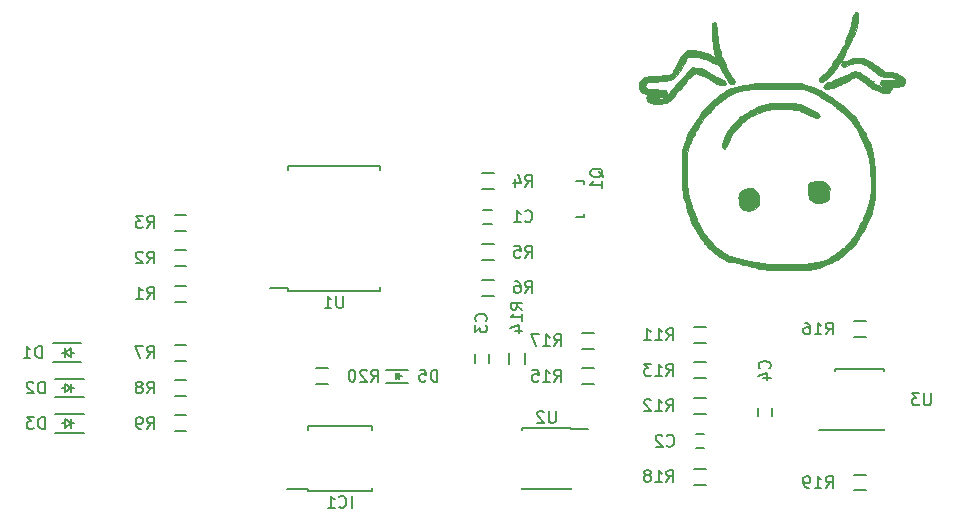
<source format=gbr>
G04 #@! TF.FileFunction,Legend,Bot*
%FSLAX46Y46*%
G04 Gerber Fmt 4.6, Leading zero omitted, Abs format (unit mm)*
G04 Created by KiCad (PCBNEW 4.0.4+dfsg1-stable) date Wed Dec 21 21:58:14 2016*
%MOMM*%
%LPD*%
G01*
G04 APERTURE LIST*
%ADD10C,0.100000*%
%ADD11C,0.150000*%
%ADD12C,0.010000*%
G04 APERTURE END LIST*
D10*
D11*
X105850000Y-76900000D02*
X105150000Y-76900000D01*
X105150000Y-78100000D02*
X105850000Y-78100000D01*
X123850000Y-95900000D02*
X123150000Y-95900000D01*
X123150000Y-97100000D02*
X123850000Y-97100000D01*
X105600000Y-89850000D02*
X105600000Y-89150000D01*
X104400000Y-89150000D02*
X104400000Y-89850000D01*
X129600000Y-94350000D02*
X129600000Y-93650000D01*
X128400000Y-93650000D02*
X128400000Y-94350000D01*
X69750000Y-92000000D02*
X69500000Y-92000000D01*
X70250000Y-92000000D02*
X70500000Y-92000000D01*
X70250000Y-92000000D02*
X69750000Y-91650000D01*
X69750000Y-91650000D02*
X69750000Y-92350000D01*
X69750000Y-92350000D02*
X70250000Y-92000000D01*
X70250000Y-91650000D02*
X70250000Y-92350000D01*
X71300000Y-92800000D02*
X68900000Y-92800000D01*
X71300000Y-91200000D02*
X68900000Y-91200000D01*
X69750000Y-95000000D02*
X69500000Y-95000000D01*
X70250000Y-95000000D02*
X70500000Y-95000000D01*
X70250000Y-95000000D02*
X69750000Y-94650000D01*
X69750000Y-94650000D02*
X69750000Y-95350000D01*
X69750000Y-95350000D02*
X70250000Y-95000000D01*
X70250000Y-94650000D02*
X70250000Y-95350000D01*
X71300000Y-95800000D02*
X68900000Y-95800000D01*
X71300000Y-94200000D02*
X68900000Y-94200000D01*
X96900000Y-90450000D02*
X98800000Y-90450000D01*
X96900000Y-91550000D02*
X98800000Y-91550000D01*
X97800000Y-91000000D02*
X98250000Y-91000000D01*
X97750000Y-91250000D02*
X97750000Y-90750000D01*
X97750000Y-91000000D02*
X98000000Y-91250000D01*
X98000000Y-91250000D02*
X98000000Y-90750000D01*
X98000000Y-90750000D02*
X97750000Y-91000000D01*
X90250000Y-100755000D02*
X90250000Y-100550000D01*
X95750000Y-100755000D02*
X95750000Y-100455000D01*
X95750000Y-95245000D02*
X95750000Y-95545000D01*
X90250000Y-95245000D02*
X90250000Y-95545000D01*
X90250000Y-100755000D02*
X95750000Y-100755000D01*
X90250000Y-95245000D02*
X95750000Y-95245000D01*
X90250000Y-100550000D02*
X88500000Y-100550000D01*
X112949200Y-77499820D02*
X113650240Y-77499820D01*
X113650240Y-77499820D02*
X113650240Y-77250900D01*
X113650240Y-74700840D02*
X113650240Y-74500180D01*
X113650240Y-74500180D02*
X112949200Y-74500180D01*
X79000000Y-84675000D02*
X80000000Y-84675000D01*
X80000000Y-83325000D02*
X79000000Y-83325000D01*
X79000000Y-81675000D02*
X80000000Y-81675000D01*
X80000000Y-80325000D02*
X79000000Y-80325000D01*
X79000000Y-78675000D02*
X80000000Y-78675000D01*
X80000000Y-77325000D02*
X79000000Y-77325000D01*
X105000000Y-75175000D02*
X106000000Y-75175000D01*
X106000000Y-73825000D02*
X105000000Y-73825000D01*
X105000000Y-81175000D02*
X106000000Y-81175000D01*
X106000000Y-79825000D02*
X105000000Y-79825000D01*
X105000000Y-84175000D02*
X106000000Y-84175000D01*
X106000000Y-82825000D02*
X105000000Y-82825000D01*
X79000000Y-89675000D02*
X80000000Y-89675000D01*
X80000000Y-88325000D02*
X79000000Y-88325000D01*
X79000000Y-92675000D02*
X80000000Y-92675000D01*
X80000000Y-91325000D02*
X79000000Y-91325000D01*
X79000000Y-95675000D02*
X80000000Y-95675000D01*
X80000000Y-94325000D02*
X79000000Y-94325000D01*
X124000000Y-86825000D02*
X123000000Y-86825000D01*
X123000000Y-88175000D02*
X124000000Y-88175000D01*
X123000000Y-94175000D02*
X124000000Y-94175000D01*
X124000000Y-92825000D02*
X123000000Y-92825000D01*
X124000000Y-89825000D02*
X123000000Y-89825000D01*
X123000000Y-91175000D02*
X124000000Y-91175000D01*
X107325000Y-89000000D02*
X107325000Y-90000000D01*
X108675000Y-90000000D02*
X108675000Y-89000000D01*
X114500000Y-90325000D02*
X113500000Y-90325000D01*
X113500000Y-91675000D02*
X114500000Y-91675000D01*
X136500000Y-87675000D02*
X137500000Y-87675000D01*
X137500000Y-86325000D02*
X136500000Y-86325000D01*
X113500000Y-88675000D02*
X114500000Y-88675000D01*
X114500000Y-87325000D02*
X113500000Y-87325000D01*
X123000000Y-100175000D02*
X124000000Y-100175000D01*
X124000000Y-98825000D02*
X123000000Y-98825000D01*
X136500000Y-100675000D02*
X137500000Y-100675000D01*
X137500000Y-99325000D02*
X136500000Y-99325000D01*
X92000000Y-90325000D02*
X91000000Y-90325000D01*
X91000000Y-91675000D02*
X92000000Y-91675000D01*
X88625000Y-83825000D02*
X88625000Y-83550000D01*
X96375000Y-83825000D02*
X96375000Y-83470000D01*
X96375000Y-73175000D02*
X96375000Y-73530000D01*
X88625000Y-73175000D02*
X88625000Y-73530000D01*
X88625000Y-83825000D02*
X96375000Y-83825000D01*
X88625000Y-73175000D02*
X96375000Y-73175000D01*
X88625000Y-83550000D02*
X87100000Y-83550000D01*
X112575000Y-95425000D02*
X112575000Y-95475000D01*
X108425000Y-95425000D02*
X108425000Y-95570000D01*
X108425000Y-100575000D02*
X108425000Y-100430000D01*
X112575000Y-100575000D02*
X112575000Y-100430000D01*
X112575000Y-95425000D02*
X108425000Y-95425000D01*
X112575000Y-100575000D02*
X108425000Y-100575000D01*
X112575000Y-95475000D02*
X113975000Y-95475000D01*
X134925000Y-95575000D02*
X134925000Y-95525000D01*
X139075000Y-95575000D02*
X139075000Y-95430000D01*
X139075000Y-90425000D02*
X139075000Y-90570000D01*
X134925000Y-90425000D02*
X134925000Y-90570000D01*
X134925000Y-95575000D02*
X139075000Y-95575000D01*
X134925000Y-90425000D02*
X139075000Y-90425000D01*
X134925000Y-95525000D02*
X133525000Y-95525000D01*
X70250000Y-89000000D02*
X70500000Y-89000000D01*
X69750000Y-89000000D02*
X69500000Y-89000000D01*
X69750000Y-89000000D02*
X70250000Y-89350000D01*
X70250000Y-89350000D02*
X70250000Y-88650000D01*
X70250000Y-88650000D02*
X69750000Y-89000000D01*
X69750000Y-89350000D02*
X69750000Y-88650000D01*
X68700000Y-88200000D02*
X71100000Y-88200000D01*
X68700000Y-89800000D02*
X71100000Y-89800000D01*
D12*
G36*
X133984064Y-66039939D02*
X134088227Y-65958100D01*
X134241823Y-65819797D01*
X134399476Y-65680024D01*
X134436360Y-65647751D01*
X134570713Y-65513005D01*
X134687704Y-65367458D01*
X134703981Y-65342951D01*
X134786496Y-65212359D01*
X134852886Y-65107140D01*
X134857532Y-65099764D01*
X134955370Y-64951209D01*
X135072003Y-64784038D01*
X135192803Y-64617883D01*
X135303144Y-64472376D01*
X135388401Y-64367149D01*
X135433945Y-64321832D01*
X135437143Y-64321811D01*
X135468373Y-64292299D01*
X135528280Y-64195897D01*
X135603663Y-64058287D01*
X135681324Y-63905148D01*
X135748062Y-63762160D01*
X135790678Y-63655003D01*
X135799200Y-63617431D01*
X135822420Y-63540360D01*
X135881665Y-63411506D01*
X135925655Y-63328415D01*
X136018845Y-63153938D01*
X136118298Y-62957243D01*
X136212935Y-62761655D01*
X136291677Y-62590501D01*
X136343446Y-62467105D01*
X136358000Y-62418107D01*
X136385852Y-62352233D01*
X136449433Y-62256551D01*
X136515713Y-62134671D01*
X136595153Y-61935203D01*
X136680253Y-61680034D01*
X136763511Y-61391052D01*
X136813051Y-61195600D01*
X136842568Y-61025677D01*
X136866612Y-60803402D01*
X136879571Y-60586000D01*
X136884095Y-60392071D01*
X136878227Y-60277407D01*
X136855251Y-60219740D01*
X136808449Y-60196802D01*
X136760051Y-60189732D01*
X136641465Y-60201434D01*
X136575900Y-60240532D01*
X136441114Y-60476833D01*
X136353832Y-60778410D01*
X136337234Y-60887846D01*
X136302367Y-61144200D01*
X136264550Y-61332876D01*
X136216035Y-61487680D01*
X136179351Y-61576600D01*
X136117191Y-61739864D01*
X136075109Y-61881400D01*
X136017326Y-62036973D01*
X135941109Y-62172972D01*
X135877370Y-62299976D01*
X135815444Y-62480902D01*
X135781475Y-62617854D01*
X135719195Y-62840283D01*
X135638952Y-62974569D01*
X135606757Y-63002263D01*
X135522581Y-63085612D01*
X135494400Y-63152818D01*
X135468467Y-63229733D01*
X135398518Y-63371148D01*
X135296327Y-63556649D01*
X135173666Y-63765823D01*
X135042310Y-63978257D01*
X134914031Y-64173539D01*
X134865277Y-64243600D01*
X134743907Y-64427411D01*
X134626353Y-64625775D01*
X134586150Y-64700800D01*
X134487587Y-64850274D01*
X134332164Y-65037936D01*
X134143121Y-65239480D01*
X133943704Y-65430599D01*
X133757155Y-65586986D01*
X133697374Y-65630272D01*
X133585827Y-65755607D01*
X133564000Y-65861412D01*
X133597186Y-66021455D01*
X133687504Y-66106262D01*
X133821085Y-66113276D01*
X133984064Y-66039939D01*
X133984064Y-66039939D01*
G37*
X133984064Y-66039939D02*
X134088227Y-65958100D01*
X134241823Y-65819797D01*
X134399476Y-65680024D01*
X134436360Y-65647751D01*
X134570713Y-65513005D01*
X134687704Y-65367458D01*
X134703981Y-65342951D01*
X134786496Y-65212359D01*
X134852886Y-65107140D01*
X134857532Y-65099764D01*
X134955370Y-64951209D01*
X135072003Y-64784038D01*
X135192803Y-64617883D01*
X135303144Y-64472376D01*
X135388401Y-64367149D01*
X135433945Y-64321832D01*
X135437143Y-64321811D01*
X135468373Y-64292299D01*
X135528280Y-64195897D01*
X135603663Y-64058287D01*
X135681324Y-63905148D01*
X135748062Y-63762160D01*
X135790678Y-63655003D01*
X135799200Y-63617431D01*
X135822420Y-63540360D01*
X135881665Y-63411506D01*
X135925655Y-63328415D01*
X136018845Y-63153938D01*
X136118298Y-62957243D01*
X136212935Y-62761655D01*
X136291677Y-62590501D01*
X136343446Y-62467105D01*
X136358000Y-62418107D01*
X136385852Y-62352233D01*
X136449433Y-62256551D01*
X136515713Y-62134671D01*
X136595153Y-61935203D01*
X136680253Y-61680034D01*
X136763511Y-61391052D01*
X136813051Y-61195600D01*
X136842568Y-61025677D01*
X136866612Y-60803402D01*
X136879571Y-60586000D01*
X136884095Y-60392071D01*
X136878227Y-60277407D01*
X136855251Y-60219740D01*
X136808449Y-60196802D01*
X136760051Y-60189732D01*
X136641465Y-60201434D01*
X136575900Y-60240532D01*
X136441114Y-60476833D01*
X136353832Y-60778410D01*
X136337234Y-60887846D01*
X136302367Y-61144200D01*
X136264550Y-61332876D01*
X136216035Y-61487680D01*
X136179351Y-61576600D01*
X136117191Y-61739864D01*
X136075109Y-61881400D01*
X136017326Y-62036973D01*
X135941109Y-62172972D01*
X135877370Y-62299976D01*
X135815444Y-62480902D01*
X135781475Y-62617854D01*
X135719195Y-62840283D01*
X135638952Y-62974569D01*
X135606757Y-63002263D01*
X135522581Y-63085612D01*
X135494400Y-63152818D01*
X135468467Y-63229733D01*
X135398518Y-63371148D01*
X135296327Y-63556649D01*
X135173666Y-63765823D01*
X135042310Y-63978257D01*
X134914031Y-64173539D01*
X134865277Y-64243600D01*
X134743907Y-64427411D01*
X134626353Y-64625775D01*
X134586150Y-64700800D01*
X134487587Y-64850274D01*
X134332164Y-65037936D01*
X134143121Y-65239480D01*
X133943704Y-65430599D01*
X133757155Y-65586986D01*
X133697374Y-65630272D01*
X133585827Y-65755607D01*
X133564000Y-65861412D01*
X133597186Y-66021455D01*
X133687504Y-66106262D01*
X133821085Y-66113276D01*
X133984064Y-66039939D01*
G36*
X120434580Y-67902401D02*
X120687693Y-67832376D01*
X120868962Y-67733229D01*
X120901199Y-67703732D01*
X121021539Y-67603160D01*
X121105300Y-67550702D01*
X121192852Y-67473563D01*
X121219600Y-67403241D01*
X121251109Y-67329151D01*
X121332129Y-67206607D01*
X121442402Y-67061007D01*
X121561666Y-66917752D01*
X121669660Y-66802242D01*
X121746127Y-66739875D01*
X121750278Y-66737941D01*
X121849541Y-66667982D01*
X121980006Y-66540466D01*
X122117812Y-66383220D01*
X122239101Y-66224075D01*
X122320015Y-66090859D01*
X122333794Y-66057319D01*
X122416915Y-65898386D01*
X122535947Y-65763659D01*
X122545934Y-65755728D01*
X122688277Y-65644451D01*
X122843075Y-65520062D01*
X122866474Y-65500900D01*
X123000710Y-65412997D01*
X123127159Y-65365017D01*
X123156706Y-65361965D01*
X123310383Y-65388214D01*
X123522704Y-65457349D01*
X123766949Y-65557159D01*
X124016401Y-65675431D01*
X124244341Y-65799951D01*
X124424050Y-65918507D01*
X124484426Y-65968856D01*
X124595947Y-66062849D01*
X124682443Y-66117427D01*
X124702521Y-66122965D01*
X124775671Y-66154950D01*
X124866170Y-66225428D01*
X124990664Y-66298127D01*
X125162601Y-66347153D01*
X125348085Y-66368975D01*
X125513225Y-66360063D01*
X125624124Y-66316886D01*
X125635418Y-66305557D01*
X125679210Y-66188240D01*
X125624378Y-66064447D01*
X125473493Y-65936767D01*
X125229125Y-65807790D01*
X125080400Y-65746572D01*
X124996533Y-65705493D01*
X124860532Y-65630356D01*
X124750200Y-65566054D01*
X124575654Y-65465729D01*
X124407383Y-65374808D01*
X124329928Y-65336012D01*
X124189592Y-65256780D01*
X124077986Y-65173027D01*
X124074361Y-65169529D01*
X123858200Y-65021363D01*
X123563946Y-64918360D01*
X123206972Y-64865851D01*
X123196839Y-64865198D01*
X122811879Y-64841158D01*
X122549139Y-65108075D01*
X122420995Y-65246679D01*
X122327458Y-65363908D01*
X122286849Y-65436556D01*
X122286400Y-65440873D01*
X122244261Y-65508081D01*
X122187322Y-65538200D01*
X122096830Y-65600404D01*
X122000126Y-65713716D01*
X121983013Y-65739914D01*
X121878569Y-65880180D01*
X121740217Y-66031785D01*
X121685765Y-66083658D01*
X121553942Y-66215617D01*
X121397627Y-66390453D01*
X121260085Y-66558467D01*
X121061406Y-66807561D01*
X120913970Y-66975740D01*
X120813739Y-67067335D01*
X120765928Y-67088400D01*
X120722570Y-67045406D01*
X120691107Y-66962867D01*
X120630882Y-66845794D01*
X120565076Y-66786745D01*
X120481008Y-66766067D01*
X120317305Y-66745032D01*
X120095902Y-66725838D01*
X119838731Y-66710677D01*
X119778949Y-66708078D01*
X119514371Y-66694513D01*
X119278301Y-66677202D01*
X119093518Y-66658182D01*
X118982799Y-66639490D01*
X118971220Y-66635847D01*
X118873060Y-66552863D01*
X118848583Y-66423124D01*
X118900365Y-66272443D01*
X118930508Y-66227864D01*
X118971658Y-66180296D01*
X119022677Y-66145440D01*
X119100408Y-66120076D01*
X119221697Y-66100983D01*
X119403390Y-66084942D01*
X119662331Y-66068732D01*
X119804687Y-66060737D01*
X120099441Y-66040577D01*
X120379791Y-66014504D01*
X120620007Y-65985390D01*
X120794362Y-65956106D01*
X120838600Y-65945360D01*
X121159053Y-65803099D01*
X121459604Y-65567841D01*
X121731979Y-65247522D01*
X121956113Y-64873610D01*
X122053964Y-64687126D01*
X122140824Y-64533874D01*
X122202697Y-64438096D01*
X122217208Y-64421400D01*
X122269525Y-64342255D01*
X122325133Y-64211230D01*
X122335541Y-64180078D01*
X122382946Y-64066721D01*
X122452104Y-63993693D01*
X122562418Y-63954368D01*
X122733292Y-63942122D01*
X122984129Y-63950332D01*
X123005076Y-63951495D01*
X123285716Y-63983857D01*
X123585066Y-64053584D01*
X123923444Y-64166728D01*
X124321166Y-64329339D01*
X124420000Y-64372957D01*
X124617679Y-64457742D01*
X124796213Y-64528337D01*
X124922476Y-64571769D01*
X124938824Y-64576123D01*
X125054740Y-64646067D01*
X125176770Y-64786027D01*
X125284931Y-64967829D01*
X125359241Y-65163299D01*
X125361502Y-65172097D01*
X125421572Y-65308273D01*
X125507160Y-65427162D01*
X125595609Y-65551423D01*
X125681671Y-65716401D01*
X125704776Y-65772086D01*
X125815086Y-65992006D01*
X125948913Y-66155452D01*
X126091959Y-66254136D01*
X126229928Y-66279768D01*
X126348521Y-66224057D01*
X126391678Y-66170369D01*
X126424181Y-66094705D01*
X126413571Y-66011669D01*
X126353215Y-65888133D01*
X126325536Y-65840133D01*
X126229171Y-65689692D01*
X126135316Y-65565018D01*
X126099552Y-65526265D01*
X126018063Y-65427485D01*
X125923044Y-65282281D01*
X125832897Y-65123083D01*
X125766023Y-64982319D01*
X125740800Y-64894048D01*
X125720255Y-64823641D01*
X125666124Y-64687332D01*
X125589655Y-64510389D01*
X125502100Y-64318079D01*
X125414709Y-64135670D01*
X125338734Y-63988432D01*
X125332741Y-63977590D01*
X125290558Y-63863519D01*
X125283600Y-63810887D01*
X125268062Y-63723794D01*
X125227598Y-63575275D01*
X125178653Y-63420867D01*
X125130605Y-63242096D01*
X125078141Y-62987524D01*
X125024995Y-62682624D01*
X124974899Y-62352866D01*
X124931589Y-62023724D01*
X124898796Y-61720668D01*
X124880255Y-61469171D01*
X124877484Y-61366136D01*
X124866879Y-61192587D01*
X124831977Y-61099473D01*
X124796845Y-61074036D01*
X124662611Y-61045494D01*
X124544220Y-61055606D01*
X124504666Y-61077067D01*
X124478879Y-61158093D01*
X124467711Y-61322852D01*
X124469533Y-61554782D01*
X124482714Y-61837325D01*
X124505626Y-62153920D01*
X124536638Y-62488008D01*
X124574121Y-62823027D01*
X124616444Y-63142420D01*
X124661979Y-63429624D01*
X124709095Y-63668081D01*
X124756164Y-63841230D01*
X124783034Y-63905647D01*
X124812196Y-63992885D01*
X124805439Y-64027494D01*
X124755002Y-64015117D01*
X124651826Y-63961990D01*
X124525920Y-63886318D01*
X124407293Y-63806302D01*
X124325953Y-63740147D01*
X124318400Y-63732059D01*
X124255929Y-63702422D01*
X124116753Y-63656152D01*
X123923136Y-63599582D01*
X123697344Y-63539041D01*
X123461642Y-63480861D01*
X123327800Y-63450393D01*
X123059880Y-63404459D01*
X122803720Y-63383306D01*
X122581682Y-63386728D01*
X122416123Y-63414518D01*
X122334420Y-63459550D01*
X122240695Y-63541541D01*
X122130952Y-63610177D01*
X122019775Y-63704121D01*
X121960738Y-63811805D01*
X121914727Y-63917076D01*
X121824889Y-64069916D01*
X121710258Y-64238074D01*
X121704789Y-64245529D01*
X121588800Y-64417468D01*
X121496971Y-64579960D01*
X121448708Y-64698568D01*
X121448166Y-64700951D01*
X121414085Y-64807448D01*
X121378248Y-64853169D01*
X121377482Y-64853200D01*
X121338413Y-64895797D01*
X121276942Y-65005595D01*
X121227993Y-65110263D01*
X121164094Y-65239073D01*
X121089830Y-65338199D01*
X120991118Y-65412362D01*
X120853872Y-65466284D01*
X120664009Y-65504686D01*
X120407443Y-65532290D01*
X120070090Y-65553816D01*
X119876419Y-65563326D01*
X119496797Y-65584565D01*
X119202107Y-65611531D01*
X118975692Y-65648718D01*
X118800891Y-65700622D01*
X118661044Y-65771736D01*
X118539494Y-65866555D01*
X118460167Y-65945400D01*
X118383986Y-66034695D01*
X118342975Y-66119825D01*
X118328814Y-66234146D01*
X118333185Y-66411014D01*
X118335036Y-66447130D01*
X118349516Y-66639139D01*
X118375192Y-66760628D01*
X118422994Y-66842678D01*
X118498559Y-66912167D01*
X118635739Y-67000190D01*
X118769804Y-67055335D01*
X118775935Y-67056759D01*
X118937638Y-67106119D01*
X119008506Y-67170168D01*
X118999270Y-67260903D01*
X118984994Y-67290489D01*
X118949559Y-67431902D01*
X118952267Y-67486739D01*
X119814711Y-67486739D01*
X119825515Y-67465789D01*
X119924200Y-67437519D01*
X120166404Y-67375646D01*
X120325585Y-67337826D01*
X120417239Y-67323275D01*
X120456861Y-67331210D01*
X120459947Y-67360847D01*
X120442012Y-67411347D01*
X120374057Y-67467944D01*
X120242017Y-67510664D01*
X120083175Y-67532515D01*
X119934815Y-67526501D01*
X119888242Y-67515224D01*
X119814711Y-67486739D01*
X118952267Y-67486739D01*
X118956708Y-67576653D01*
X119011248Y-67706325D01*
X119126761Y-67803364D01*
X119314122Y-67872420D01*
X119584206Y-67918145D01*
X119798887Y-67936879D01*
X120131139Y-67938752D01*
X120434580Y-67902401D01*
X120434580Y-67902401D01*
G37*
X120434580Y-67902401D02*
X120687693Y-67832376D01*
X120868962Y-67733229D01*
X120901199Y-67703732D01*
X121021539Y-67603160D01*
X121105300Y-67550702D01*
X121192852Y-67473563D01*
X121219600Y-67403241D01*
X121251109Y-67329151D01*
X121332129Y-67206607D01*
X121442402Y-67061007D01*
X121561666Y-66917752D01*
X121669660Y-66802242D01*
X121746127Y-66739875D01*
X121750278Y-66737941D01*
X121849541Y-66667982D01*
X121980006Y-66540466D01*
X122117812Y-66383220D01*
X122239101Y-66224075D01*
X122320015Y-66090859D01*
X122333794Y-66057319D01*
X122416915Y-65898386D01*
X122535947Y-65763659D01*
X122545934Y-65755728D01*
X122688277Y-65644451D01*
X122843075Y-65520062D01*
X122866474Y-65500900D01*
X123000710Y-65412997D01*
X123127159Y-65365017D01*
X123156706Y-65361965D01*
X123310383Y-65388214D01*
X123522704Y-65457349D01*
X123766949Y-65557159D01*
X124016401Y-65675431D01*
X124244341Y-65799951D01*
X124424050Y-65918507D01*
X124484426Y-65968856D01*
X124595947Y-66062849D01*
X124682443Y-66117427D01*
X124702521Y-66122965D01*
X124775671Y-66154950D01*
X124866170Y-66225428D01*
X124990664Y-66298127D01*
X125162601Y-66347153D01*
X125348085Y-66368975D01*
X125513225Y-66360063D01*
X125624124Y-66316886D01*
X125635418Y-66305557D01*
X125679210Y-66188240D01*
X125624378Y-66064447D01*
X125473493Y-65936767D01*
X125229125Y-65807790D01*
X125080400Y-65746572D01*
X124996533Y-65705493D01*
X124860532Y-65630356D01*
X124750200Y-65566054D01*
X124575654Y-65465729D01*
X124407383Y-65374808D01*
X124329928Y-65336012D01*
X124189592Y-65256780D01*
X124077986Y-65173027D01*
X124074361Y-65169529D01*
X123858200Y-65021363D01*
X123563946Y-64918360D01*
X123206972Y-64865851D01*
X123196839Y-64865198D01*
X122811879Y-64841158D01*
X122549139Y-65108075D01*
X122420995Y-65246679D01*
X122327458Y-65363908D01*
X122286849Y-65436556D01*
X122286400Y-65440873D01*
X122244261Y-65508081D01*
X122187322Y-65538200D01*
X122096830Y-65600404D01*
X122000126Y-65713716D01*
X121983013Y-65739914D01*
X121878569Y-65880180D01*
X121740217Y-66031785D01*
X121685765Y-66083658D01*
X121553942Y-66215617D01*
X121397627Y-66390453D01*
X121260085Y-66558467D01*
X121061406Y-66807561D01*
X120913970Y-66975740D01*
X120813739Y-67067335D01*
X120765928Y-67088400D01*
X120722570Y-67045406D01*
X120691107Y-66962867D01*
X120630882Y-66845794D01*
X120565076Y-66786745D01*
X120481008Y-66766067D01*
X120317305Y-66745032D01*
X120095902Y-66725838D01*
X119838731Y-66710677D01*
X119778949Y-66708078D01*
X119514371Y-66694513D01*
X119278301Y-66677202D01*
X119093518Y-66658182D01*
X118982799Y-66639490D01*
X118971220Y-66635847D01*
X118873060Y-66552863D01*
X118848583Y-66423124D01*
X118900365Y-66272443D01*
X118930508Y-66227864D01*
X118971658Y-66180296D01*
X119022677Y-66145440D01*
X119100408Y-66120076D01*
X119221697Y-66100983D01*
X119403390Y-66084942D01*
X119662331Y-66068732D01*
X119804687Y-66060737D01*
X120099441Y-66040577D01*
X120379791Y-66014504D01*
X120620007Y-65985390D01*
X120794362Y-65956106D01*
X120838600Y-65945360D01*
X121159053Y-65803099D01*
X121459604Y-65567841D01*
X121731979Y-65247522D01*
X121956113Y-64873610D01*
X122053964Y-64687126D01*
X122140824Y-64533874D01*
X122202697Y-64438096D01*
X122217208Y-64421400D01*
X122269525Y-64342255D01*
X122325133Y-64211230D01*
X122335541Y-64180078D01*
X122382946Y-64066721D01*
X122452104Y-63993693D01*
X122562418Y-63954368D01*
X122733292Y-63942122D01*
X122984129Y-63950332D01*
X123005076Y-63951495D01*
X123285716Y-63983857D01*
X123585066Y-64053584D01*
X123923444Y-64166728D01*
X124321166Y-64329339D01*
X124420000Y-64372957D01*
X124617679Y-64457742D01*
X124796213Y-64528337D01*
X124922476Y-64571769D01*
X124938824Y-64576123D01*
X125054740Y-64646067D01*
X125176770Y-64786027D01*
X125284931Y-64967829D01*
X125359241Y-65163299D01*
X125361502Y-65172097D01*
X125421572Y-65308273D01*
X125507160Y-65427162D01*
X125595609Y-65551423D01*
X125681671Y-65716401D01*
X125704776Y-65772086D01*
X125815086Y-65992006D01*
X125948913Y-66155452D01*
X126091959Y-66254136D01*
X126229928Y-66279768D01*
X126348521Y-66224057D01*
X126391678Y-66170369D01*
X126424181Y-66094705D01*
X126413571Y-66011669D01*
X126353215Y-65888133D01*
X126325536Y-65840133D01*
X126229171Y-65689692D01*
X126135316Y-65565018D01*
X126099552Y-65526265D01*
X126018063Y-65427485D01*
X125923044Y-65282281D01*
X125832897Y-65123083D01*
X125766023Y-64982319D01*
X125740800Y-64894048D01*
X125720255Y-64823641D01*
X125666124Y-64687332D01*
X125589655Y-64510389D01*
X125502100Y-64318079D01*
X125414709Y-64135670D01*
X125338734Y-63988432D01*
X125332741Y-63977590D01*
X125290558Y-63863519D01*
X125283600Y-63810887D01*
X125268062Y-63723794D01*
X125227598Y-63575275D01*
X125178653Y-63420867D01*
X125130605Y-63242096D01*
X125078141Y-62987524D01*
X125024995Y-62682624D01*
X124974899Y-62352866D01*
X124931589Y-62023724D01*
X124898796Y-61720668D01*
X124880255Y-61469171D01*
X124877484Y-61366136D01*
X124866879Y-61192587D01*
X124831977Y-61099473D01*
X124796845Y-61074036D01*
X124662611Y-61045494D01*
X124544220Y-61055606D01*
X124504666Y-61077067D01*
X124478879Y-61158093D01*
X124467711Y-61322852D01*
X124469533Y-61554782D01*
X124482714Y-61837325D01*
X124505626Y-62153920D01*
X124536638Y-62488008D01*
X124574121Y-62823027D01*
X124616444Y-63142420D01*
X124661979Y-63429624D01*
X124709095Y-63668081D01*
X124756164Y-63841230D01*
X124783034Y-63905647D01*
X124812196Y-63992885D01*
X124805439Y-64027494D01*
X124755002Y-64015117D01*
X124651826Y-63961990D01*
X124525920Y-63886318D01*
X124407293Y-63806302D01*
X124325953Y-63740147D01*
X124318400Y-63732059D01*
X124255929Y-63702422D01*
X124116753Y-63656152D01*
X123923136Y-63599582D01*
X123697344Y-63539041D01*
X123461642Y-63480861D01*
X123327800Y-63450393D01*
X123059880Y-63404459D01*
X122803720Y-63383306D01*
X122581682Y-63386728D01*
X122416123Y-63414518D01*
X122334420Y-63459550D01*
X122240695Y-63541541D01*
X122130952Y-63610177D01*
X122019775Y-63704121D01*
X121960738Y-63811805D01*
X121914727Y-63917076D01*
X121824889Y-64069916D01*
X121710258Y-64238074D01*
X121704789Y-64245529D01*
X121588800Y-64417468D01*
X121496971Y-64579960D01*
X121448708Y-64698568D01*
X121448166Y-64700951D01*
X121414085Y-64807448D01*
X121378248Y-64853169D01*
X121377482Y-64853200D01*
X121338413Y-64895797D01*
X121276942Y-65005595D01*
X121227993Y-65110263D01*
X121164094Y-65239073D01*
X121089830Y-65338199D01*
X120991118Y-65412362D01*
X120853872Y-65466284D01*
X120664009Y-65504686D01*
X120407443Y-65532290D01*
X120070090Y-65553816D01*
X119876419Y-65563326D01*
X119496797Y-65584565D01*
X119202107Y-65611531D01*
X118975692Y-65648718D01*
X118800891Y-65700622D01*
X118661044Y-65771736D01*
X118539494Y-65866555D01*
X118460167Y-65945400D01*
X118383986Y-66034695D01*
X118342975Y-66119825D01*
X118328814Y-66234146D01*
X118333185Y-66411014D01*
X118335036Y-66447130D01*
X118349516Y-66639139D01*
X118375192Y-66760628D01*
X118422994Y-66842678D01*
X118498559Y-66912167D01*
X118635739Y-67000190D01*
X118769804Y-67055335D01*
X118775935Y-67056759D01*
X118937638Y-67106119D01*
X119008506Y-67170168D01*
X118999270Y-67260903D01*
X118984994Y-67290489D01*
X118949559Y-67431902D01*
X118952267Y-67486739D01*
X119814711Y-67486739D01*
X119825515Y-67465789D01*
X119924200Y-67437519D01*
X120166404Y-67375646D01*
X120325585Y-67337826D01*
X120417239Y-67323275D01*
X120456861Y-67331210D01*
X120459947Y-67360847D01*
X120442012Y-67411347D01*
X120374057Y-67467944D01*
X120242017Y-67510664D01*
X120083175Y-67532515D01*
X119934815Y-67526501D01*
X119888242Y-67515224D01*
X119814711Y-67486739D01*
X118952267Y-67486739D01*
X118956708Y-67576653D01*
X119011248Y-67706325D01*
X119126761Y-67803364D01*
X119314122Y-67872420D01*
X119584206Y-67918145D01*
X119798887Y-67936879D01*
X120131139Y-67938752D01*
X120434580Y-67902401D01*
G36*
X139334387Y-67044386D02*
X139442404Y-67007259D01*
X139541669Y-66919990D01*
X139566016Y-66893238D01*
X139657116Y-66768678D01*
X139707364Y-66656054D01*
X139710800Y-66630399D01*
X139725608Y-66568383D01*
X139786863Y-66537523D01*
X139919808Y-66526935D01*
X139952100Y-66526358D01*
X140267114Y-66510479D01*
X140495819Y-66468256D01*
X140651549Y-66393190D01*
X140747636Y-66278781D01*
X140797415Y-66118529D01*
X140798171Y-66113940D01*
X140800652Y-65887888D01*
X140719680Y-65711845D01*
X140547328Y-65569905D01*
X140518980Y-65553777D01*
X140350337Y-65461286D01*
X140188288Y-65372599D01*
X140148633Y-65350941D01*
X139983122Y-65293990D01*
X139741242Y-65265938D01*
X139594712Y-65262041D01*
X139331231Y-65248448D01*
X139135544Y-65204484D01*
X138975809Y-65119666D01*
X138856271Y-65018959D01*
X138781310Y-64964090D01*
X138752830Y-64954800D01*
X138698815Y-64923088D01*
X138595409Y-64840750D01*
X138489759Y-64747896D01*
X138314133Y-64608490D01*
X138101050Y-64467763D01*
X137958200Y-64388087D01*
X137767648Y-64291231D01*
X137585255Y-64196455D01*
X137475600Y-64137870D01*
X137316506Y-64084638D01*
X137091452Y-64051067D01*
X136834277Y-64037799D01*
X136578824Y-64045473D01*
X136358936Y-64074732D01*
X136231000Y-64114287D01*
X136062708Y-64190738D01*
X135867597Y-64275692D01*
X135683090Y-64353188D01*
X135546606Y-64407266D01*
X135529622Y-64413424D01*
X135465296Y-64466684D01*
X135453450Y-64579096D01*
X135456473Y-64611410D01*
X135484952Y-64730041D01*
X135553991Y-64781689D01*
X135619999Y-64793871D01*
X135766918Y-64788588D01*
X135870947Y-64759053D01*
X136285835Y-64581199D01*
X136642619Y-64480911D01*
X136750671Y-64464278D01*
X136880139Y-64452737D01*
X136988571Y-64457990D01*
X137101949Y-64487440D01*
X137246255Y-64548490D01*
X137447472Y-64648545D01*
X137509881Y-64680608D01*
X137714886Y-64792897D01*
X137887677Y-64899973D01*
X138006478Y-64987616D01*
X138046518Y-65031000D01*
X138127870Y-65144217D01*
X138181580Y-65195952D01*
X138390749Y-65357054D01*
X138536517Y-65464275D01*
X138634354Y-65527779D01*
X138699731Y-65557729D01*
X138742425Y-65564400D01*
X138844944Y-65589758D01*
X138875140Y-65609946D01*
X138944219Y-65632060D01*
X139089769Y-65653794D01*
X139286699Y-65671882D01*
X139406000Y-65679006D01*
X139694336Y-65705213D01*
X139933460Y-65750850D01*
X140108557Y-65811467D01*
X140204814Y-65882613D01*
X140218800Y-65923205D01*
X140170538Y-65939672D01*
X140035405Y-65948634D01*
X139827882Y-65949700D01*
X139562450Y-65942477D01*
X139539950Y-65941563D01*
X139258411Y-65931453D01*
X139060547Y-65929337D01*
X138928659Y-65936490D01*
X138845045Y-65954190D01*
X138792002Y-65983713D01*
X138777950Y-65996507D01*
X138703807Y-66113309D01*
X138720869Y-66232168D01*
X138832110Y-66362024D01*
X138923315Y-66433395D01*
X139044882Y-66525944D01*
X139119999Y-66593433D01*
X139133086Y-66616247D01*
X139082329Y-66603960D01*
X138964349Y-66554628D01*
X138802079Y-66478048D01*
X138756287Y-66455296D01*
X138577652Y-66369949D01*
X138428635Y-66306556D01*
X138336598Y-66276578D01*
X138327244Y-66275600D01*
X138259509Y-66239621D01*
X138151757Y-66145557D01*
X138034400Y-66021600D01*
X137916584Y-65892532D01*
X137823420Y-65801092D01*
X137776172Y-65767600D01*
X137717916Y-65741775D01*
X137597472Y-65673476D01*
X137437261Y-65576472D01*
X137259708Y-65464532D01*
X137087237Y-65351424D01*
X136990233Y-65285029D01*
X136837449Y-65219753D01*
X136647030Y-65193228D01*
X136458264Y-65205536D01*
X136310441Y-65256760D01*
X136276022Y-65283521D01*
X136198551Y-65341215D01*
X136057945Y-65419107D01*
X135843883Y-65522446D01*
X135546045Y-65656478D01*
X135519800Y-65668021D01*
X135427014Y-65705904D01*
X135268092Y-65768060D01*
X135072064Y-65843181D01*
X135000040Y-65870452D01*
X134808961Y-65946470D01*
X134656390Y-66014485D01*
X134566057Y-66063610D01*
X134552541Y-66075730D01*
X134486228Y-66108375D01*
X134365120Y-66123128D01*
X134355819Y-66123200D01*
X134181587Y-66161823D01*
X134035956Y-66261633D01*
X133944996Y-66398542D01*
X133928987Y-66517544D01*
X133955670Y-66614068D01*
X134027378Y-66657659D01*
X134122800Y-66670696D01*
X134279893Y-66664671D01*
X134471779Y-66633164D01*
X134554600Y-66612471D01*
X134701433Y-66565072D01*
X134891136Y-66496188D01*
X135099880Y-66415460D01*
X135303837Y-66332532D01*
X135479177Y-66257046D01*
X135602074Y-66198644D01*
X135646800Y-66170501D01*
X135702738Y-66136253D01*
X135825148Y-66074097D01*
X135987669Y-65997408D01*
X135989700Y-65996480D01*
X136148110Y-65919547D01*
X136261897Y-65855648D01*
X136307150Y-65818252D01*
X136307200Y-65817634D01*
X136350982Y-65769174D01*
X136457306Y-65717964D01*
X136588640Y-65678791D01*
X136692142Y-65666000D01*
X136826136Y-65712333D01*
X136974414Y-65843800D01*
X137077192Y-65949713D01*
X137157829Y-66013347D01*
X137179921Y-66021600D01*
X137243040Y-66051386D01*
X137359382Y-66128490D01*
X137504668Y-66234533D01*
X137654619Y-66351137D01*
X137784957Y-66459922D01*
X137871402Y-66542510D01*
X137877693Y-66549812D01*
X137963783Y-66610724D01*
X138108268Y-66675688D01*
X138199014Y-66706322D01*
X138405706Y-66780838D01*
X138620953Y-66877717D01*
X138687568Y-66912836D01*
X138990323Y-67028354D01*
X139171658Y-67049593D01*
X139334387Y-67044386D01*
X139334387Y-67044386D01*
G37*
X139334387Y-67044386D02*
X139442404Y-67007259D01*
X139541669Y-66919990D01*
X139566016Y-66893238D01*
X139657116Y-66768678D01*
X139707364Y-66656054D01*
X139710800Y-66630399D01*
X139725608Y-66568383D01*
X139786863Y-66537523D01*
X139919808Y-66526935D01*
X139952100Y-66526358D01*
X140267114Y-66510479D01*
X140495819Y-66468256D01*
X140651549Y-66393190D01*
X140747636Y-66278781D01*
X140797415Y-66118529D01*
X140798171Y-66113940D01*
X140800652Y-65887888D01*
X140719680Y-65711845D01*
X140547328Y-65569905D01*
X140518980Y-65553777D01*
X140350337Y-65461286D01*
X140188288Y-65372599D01*
X140148633Y-65350941D01*
X139983122Y-65293990D01*
X139741242Y-65265938D01*
X139594712Y-65262041D01*
X139331231Y-65248448D01*
X139135544Y-65204484D01*
X138975809Y-65119666D01*
X138856271Y-65018959D01*
X138781310Y-64964090D01*
X138752830Y-64954800D01*
X138698815Y-64923088D01*
X138595409Y-64840750D01*
X138489759Y-64747896D01*
X138314133Y-64608490D01*
X138101050Y-64467763D01*
X137958200Y-64388087D01*
X137767648Y-64291231D01*
X137585255Y-64196455D01*
X137475600Y-64137870D01*
X137316506Y-64084638D01*
X137091452Y-64051067D01*
X136834277Y-64037799D01*
X136578824Y-64045473D01*
X136358936Y-64074732D01*
X136231000Y-64114287D01*
X136062708Y-64190738D01*
X135867597Y-64275692D01*
X135683090Y-64353188D01*
X135546606Y-64407266D01*
X135529622Y-64413424D01*
X135465296Y-64466684D01*
X135453450Y-64579096D01*
X135456473Y-64611410D01*
X135484952Y-64730041D01*
X135553991Y-64781689D01*
X135619999Y-64793871D01*
X135766918Y-64788588D01*
X135870947Y-64759053D01*
X136285835Y-64581199D01*
X136642619Y-64480911D01*
X136750671Y-64464278D01*
X136880139Y-64452737D01*
X136988571Y-64457990D01*
X137101949Y-64487440D01*
X137246255Y-64548490D01*
X137447472Y-64648545D01*
X137509881Y-64680608D01*
X137714886Y-64792897D01*
X137887677Y-64899973D01*
X138006478Y-64987616D01*
X138046518Y-65031000D01*
X138127870Y-65144217D01*
X138181580Y-65195952D01*
X138390749Y-65357054D01*
X138536517Y-65464275D01*
X138634354Y-65527779D01*
X138699731Y-65557729D01*
X138742425Y-65564400D01*
X138844944Y-65589758D01*
X138875140Y-65609946D01*
X138944219Y-65632060D01*
X139089769Y-65653794D01*
X139286699Y-65671882D01*
X139406000Y-65679006D01*
X139694336Y-65705213D01*
X139933460Y-65750850D01*
X140108557Y-65811467D01*
X140204814Y-65882613D01*
X140218800Y-65923205D01*
X140170538Y-65939672D01*
X140035405Y-65948634D01*
X139827882Y-65949700D01*
X139562450Y-65942477D01*
X139539950Y-65941563D01*
X139258411Y-65931453D01*
X139060547Y-65929337D01*
X138928659Y-65936490D01*
X138845045Y-65954190D01*
X138792002Y-65983713D01*
X138777950Y-65996507D01*
X138703807Y-66113309D01*
X138720869Y-66232168D01*
X138832110Y-66362024D01*
X138923315Y-66433395D01*
X139044882Y-66525944D01*
X139119999Y-66593433D01*
X139133086Y-66616247D01*
X139082329Y-66603960D01*
X138964349Y-66554628D01*
X138802079Y-66478048D01*
X138756287Y-66455296D01*
X138577652Y-66369949D01*
X138428635Y-66306556D01*
X138336598Y-66276578D01*
X138327244Y-66275600D01*
X138259509Y-66239621D01*
X138151757Y-66145557D01*
X138034400Y-66021600D01*
X137916584Y-65892532D01*
X137823420Y-65801092D01*
X137776172Y-65767600D01*
X137717916Y-65741775D01*
X137597472Y-65673476D01*
X137437261Y-65576472D01*
X137259708Y-65464532D01*
X137087237Y-65351424D01*
X136990233Y-65285029D01*
X136837449Y-65219753D01*
X136647030Y-65193228D01*
X136458264Y-65205536D01*
X136310441Y-65256760D01*
X136276022Y-65283521D01*
X136198551Y-65341215D01*
X136057945Y-65419107D01*
X135843883Y-65522446D01*
X135546045Y-65656478D01*
X135519800Y-65668021D01*
X135427014Y-65705904D01*
X135268092Y-65768060D01*
X135072064Y-65843181D01*
X135000040Y-65870452D01*
X134808961Y-65946470D01*
X134656390Y-66014485D01*
X134566057Y-66063610D01*
X134552541Y-66075730D01*
X134486228Y-66108375D01*
X134365120Y-66123128D01*
X134355819Y-66123200D01*
X134181587Y-66161823D01*
X134035956Y-66261633D01*
X133944996Y-66398542D01*
X133928987Y-66517544D01*
X133955670Y-66614068D01*
X134027378Y-66657659D01*
X134122800Y-66670696D01*
X134279893Y-66664671D01*
X134471779Y-66633164D01*
X134554600Y-66612471D01*
X134701433Y-66565072D01*
X134891136Y-66496188D01*
X135099880Y-66415460D01*
X135303837Y-66332532D01*
X135479177Y-66257046D01*
X135602074Y-66198644D01*
X135646800Y-66170501D01*
X135702738Y-66136253D01*
X135825148Y-66074097D01*
X135987669Y-65997408D01*
X135989700Y-65996480D01*
X136148110Y-65919547D01*
X136261897Y-65855648D01*
X136307150Y-65818252D01*
X136307200Y-65817634D01*
X136350982Y-65769174D01*
X136457306Y-65717964D01*
X136588640Y-65678791D01*
X136692142Y-65666000D01*
X136826136Y-65712333D01*
X136974414Y-65843800D01*
X137077192Y-65949713D01*
X137157829Y-66013347D01*
X137179921Y-66021600D01*
X137243040Y-66051386D01*
X137359382Y-66128490D01*
X137504668Y-66234533D01*
X137654619Y-66351137D01*
X137784957Y-66459922D01*
X137871402Y-66542510D01*
X137877693Y-66549812D01*
X137963783Y-66610724D01*
X138108268Y-66675688D01*
X138199014Y-66706322D01*
X138405706Y-66780838D01*
X138620953Y-66877717D01*
X138687568Y-66912836D01*
X138990323Y-67028354D01*
X139171658Y-67049593D01*
X139334387Y-67044386D01*
G36*
X138186800Y-65996200D02*
X138161400Y-65970800D01*
X138136000Y-65996200D01*
X138161400Y-66021600D01*
X138186800Y-65996200D01*
X138186800Y-65996200D01*
G37*
X138186800Y-65996200D02*
X138161400Y-65970800D01*
X138136000Y-65996200D01*
X138161400Y-66021600D01*
X138186800Y-65996200D01*
G36*
X131638986Y-82016685D02*
X131996218Y-82011692D01*
X132299419Y-82002253D01*
X132533028Y-81988094D01*
X132629354Y-81977770D01*
X133120095Y-81897369D01*
X133542315Y-81800999D01*
X133885985Y-81691484D01*
X134141072Y-81571648D01*
X134194436Y-81537204D01*
X134299573Y-81480668D01*
X134362567Y-81464800D01*
X134460143Y-81440009D01*
X134621237Y-81373331D01*
X134822954Y-81276316D01*
X135042399Y-81160510D01*
X135256675Y-81037461D01*
X135436042Y-80923391D01*
X135619304Y-80784325D01*
X135789040Y-80631178D01*
X135907983Y-80497746D01*
X136012275Y-80370587D01*
X136108269Y-80280771D01*
X136144140Y-80259436D01*
X136217196Y-80211979D01*
X136327906Y-80119282D01*
X136451923Y-80004557D01*
X136564898Y-79891019D01*
X136642483Y-79801880D01*
X136662800Y-79764960D01*
X136690164Y-79711088D01*
X136760143Y-79604259D01*
X136815200Y-79526339D01*
X136903025Y-79393150D01*
X136958100Y-79286637D01*
X136967600Y-79251007D01*
X136999908Y-79160545D01*
X137031354Y-79118929D01*
X137137217Y-78986620D01*
X137261239Y-78801935D01*
X137382307Y-78599754D01*
X137479307Y-78414957D01*
X137525568Y-78302500D01*
X137574793Y-78181497D01*
X137623715Y-78115884D01*
X137634937Y-78112000D01*
X137661501Y-78080599D01*
X137653185Y-78060854D01*
X137658821Y-77989475D01*
X137713832Y-77880857D01*
X137726387Y-77862512D01*
X137796262Y-77755341D01*
X137830501Y-77685087D01*
X137831199Y-77680036D01*
X137850986Y-77614239D01*
X137899345Y-77500160D01*
X137906558Y-77484678D01*
X137950637Y-77364277D01*
X138005415Y-77176230D01*
X138061901Y-76952567D01*
X138086973Y-76842000D01*
X138139872Y-76605926D01*
X138192388Y-76383217D01*
X138236128Y-76209046D01*
X138250619Y-76156200D01*
X138270112Y-76033948D01*
X138285666Y-75827818D01*
X138297276Y-75555455D01*
X138304936Y-75234505D01*
X138308641Y-74882615D01*
X138308387Y-74517429D01*
X138304168Y-74156593D01*
X138295979Y-73817753D01*
X138283815Y-73518555D01*
X138267671Y-73276644D01*
X138251490Y-73133600D01*
X138218455Y-72914246D01*
X138177486Y-72637827D01*
X138135009Y-72347861D01*
X138112757Y-72194375D01*
X138053746Y-71827426D01*
X137994636Y-71550235D01*
X137932335Y-71351003D01*
X137863749Y-71217931D01*
X137852924Y-71203200D01*
X137796342Y-71113714D01*
X137720855Y-70974700D01*
X137641608Y-70816861D01*
X137573740Y-70670895D01*
X137532395Y-70567505D01*
X137526400Y-70541173D01*
X137499269Y-70478319D01*
X137429280Y-70362424D01*
X137361300Y-70261473D01*
X137259513Y-70113369D01*
X137176120Y-69987067D01*
X137143416Y-69934144D01*
X137071035Y-69821919D01*
X137034982Y-69773518D01*
X136985034Y-69676189D01*
X136944961Y-69543744D01*
X136899206Y-69423157D01*
X136836246Y-69354407D01*
X136834275Y-69353603D01*
X136782808Y-69305146D01*
X136786919Y-69277461D01*
X136775795Y-69211357D01*
X136711132Y-69109987D01*
X136617515Y-69003040D01*
X136519529Y-68920207D01*
X136470068Y-68894811D01*
X136384569Y-68835490D01*
X136291159Y-68727690D01*
X136281800Y-68714000D01*
X136189258Y-68602819D01*
X136098798Y-68535340D01*
X136090669Y-68532281D01*
X136006088Y-68473631D01*
X135907386Y-68363686D01*
X135883205Y-68329999D01*
X135704104Y-68127519D01*
X135447130Y-67938755D01*
X135164200Y-67784877D01*
X134978061Y-67676213D01*
X134798254Y-67543081D01*
X134732400Y-67483389D01*
X134553221Y-67324815D01*
X134330182Y-67157874D01*
X134084125Y-66994961D01*
X133835895Y-66848471D01*
X133606336Y-66730798D01*
X133416290Y-66654338D01*
X133298988Y-66630988D01*
X133188761Y-66608332D01*
X133033022Y-66550567D01*
X132933090Y-66503988D01*
X132772126Y-66432194D01*
X132631725Y-66386239D01*
X132573257Y-66377200D01*
X132469473Y-66362654D01*
X132428518Y-66342385D01*
X132362362Y-66302569D01*
X132241269Y-66246921D01*
X132204151Y-66231668D01*
X132090481Y-66207188D01*
X131889966Y-66186150D01*
X131617303Y-66168659D01*
X131287193Y-66154815D01*
X130914335Y-66144724D01*
X130513427Y-66138487D01*
X130099168Y-66136207D01*
X129686259Y-66137988D01*
X129289398Y-66143932D01*
X128923284Y-66154142D01*
X128602616Y-66168722D01*
X128342093Y-66187774D01*
X128204600Y-66203652D01*
X127759010Y-66268833D01*
X127403168Y-66323345D01*
X127126019Y-66369231D01*
X126916510Y-66408535D01*
X126763586Y-66443299D01*
X126656194Y-66475568D01*
X126595326Y-66501113D01*
X126460401Y-66553013D01*
X126273755Y-66606432D01*
X126137609Y-66637140D01*
X125947611Y-66688214D01*
X125779288Y-66756636D01*
X125697535Y-66806550D01*
X125584062Y-66891795D01*
X125422199Y-67005204D01*
X125267756Y-67108526D01*
X125013950Y-67293280D01*
X124722148Y-67536580D01*
X124413425Y-67817940D01*
X124108858Y-68116874D01*
X123829523Y-68412896D01*
X123596498Y-68685521D01*
X123467500Y-68858346D01*
X123363845Y-69013720D01*
X123287386Y-69135269D01*
X123252397Y-69200145D01*
X123251600Y-69203845D01*
X123221996Y-69255903D01*
X123145184Y-69360988D01*
X123059857Y-69468950D01*
X122932771Y-69638690D01*
X122817378Y-69815178D01*
X122767757Y-69903673D01*
X122671680Y-70091692D01*
X122608032Y-70206259D01*
X122564767Y-70265270D01*
X122529837Y-70286621D01*
X122508511Y-70288800D01*
X122461460Y-70333171D01*
X122425396Y-70441260D01*
X122423177Y-70453900D01*
X122385106Y-70646361D01*
X122334273Y-70849269D01*
X122280527Y-71027144D01*
X122233716Y-71144504D01*
X122229292Y-71152400D01*
X122156620Y-71282542D01*
X122098024Y-71411063D01*
X122052057Y-71550412D01*
X122017276Y-71713039D01*
X121992233Y-71911391D01*
X121975485Y-72157919D01*
X121965586Y-72465070D01*
X121961089Y-72845293D01*
X121960551Y-73311038D01*
X121960614Y-73336800D01*
X122389751Y-73336800D01*
X122393833Y-72835148D01*
X122404236Y-72426987D01*
X122421686Y-72104361D01*
X122446911Y-71859315D01*
X122480635Y-71683895D01*
X122523585Y-71570145D01*
X122554871Y-71527395D01*
X122586387Y-71450065D01*
X122591200Y-71400190D01*
X122618579Y-71303643D01*
X122687207Y-71170593D01*
X122718200Y-71122168D01*
X122796582Y-70989268D01*
X122841478Y-70879471D01*
X122845577Y-70853212D01*
X122870240Y-70775085D01*
X122935961Y-70634630D01*
X123030876Y-70456249D01*
X123082925Y-70365000D01*
X123204592Y-70154034D01*
X123321151Y-69947988D01*
X123412590Y-69782355D01*
X123433630Y-69743015D01*
X123544485Y-69555921D01*
X123683292Y-69355077D01*
X123835694Y-69157448D01*
X123987332Y-68979999D01*
X124123848Y-68839695D01*
X124230885Y-68753499D01*
X124286667Y-68735112D01*
X124315175Y-68733943D01*
X124304096Y-68726307D01*
X124311100Y-68679436D01*
X124372213Y-68583138D01*
X124431096Y-68509334D01*
X124553191Y-68363785D01*
X124665206Y-68226037D01*
X124699400Y-68182521D01*
X124809667Y-68065412D01*
X124967197Y-67928151D01*
X125142071Y-67793747D01*
X125304370Y-67685212D01*
X125423134Y-67625884D01*
X125526742Y-67567486D01*
X125652104Y-67463759D01*
X125694070Y-67421761D01*
X125889197Y-67264448D01*
X126163229Y-67112254D01*
X126493525Y-66973664D01*
X126857445Y-66857161D01*
X127232349Y-66771231D01*
X127544200Y-66728436D01*
X127796819Y-66706502D01*
X128017643Y-66688810D01*
X128221511Y-66674973D01*
X128423264Y-66664601D01*
X128637739Y-66657309D01*
X128879775Y-66652706D01*
X129164213Y-66650407D01*
X129505890Y-66650023D01*
X129919647Y-66651165D01*
X130414400Y-66653418D01*
X132217800Y-66662350D01*
X132573400Y-66802232D01*
X132899882Y-66933043D01*
X133148465Y-67039107D01*
X133337160Y-67129204D01*
X133483976Y-67212114D01*
X133606924Y-67296617D01*
X133640200Y-67322290D01*
X133810226Y-67445280D01*
X133991833Y-67560690D01*
X134046600Y-67591580D01*
X134345623Y-67758776D01*
X134572729Y-67902372D01*
X134750294Y-68036596D01*
X134762481Y-68046889D01*
X134896762Y-68155201D01*
X135021485Y-68246666D01*
X135036715Y-68256800D01*
X135175499Y-68360538D01*
X135358255Y-68516036D01*
X135567346Y-68706163D01*
X135785137Y-68913785D01*
X135993990Y-69121770D01*
X136176270Y-69312985D01*
X136314341Y-69470298D01*
X136384936Y-69566522D01*
X136457370Y-69672829D01*
X136513706Y-69727882D01*
X136521352Y-69730000D01*
X136560114Y-69768947D01*
X136561200Y-69780683D01*
X136588924Y-69846366D01*
X136660793Y-69964794D01*
X136739000Y-70078850D01*
X136834907Y-70225881D01*
X136899462Y-70350761D01*
X136916800Y-70411445D01*
X136939321Y-70485654D01*
X137001125Y-70630570D01*
X137093567Y-70827312D01*
X137208005Y-71056999D01*
X137246927Y-71132579D01*
X137371092Y-71382454D01*
X137478965Y-71619470D01*
X137560447Y-71819989D01*
X137605438Y-71960370D01*
X137609492Y-71981202D01*
X137641418Y-72138951D01*
X137680262Y-72265661D01*
X137689889Y-72287068D01*
X137723405Y-72395995D01*
X137760067Y-72589133D01*
X137798243Y-72849203D01*
X137836303Y-73158929D01*
X137872615Y-73501032D01*
X137905549Y-73858235D01*
X137933473Y-74213261D01*
X137954758Y-74548832D01*
X137967771Y-74847670D01*
X137970881Y-75092498D01*
X137966581Y-75218215D01*
X137873915Y-75907102D01*
X137688576Y-76602894D01*
X137429353Y-77256617D01*
X137352320Y-77431705D01*
X137296333Y-77576097D01*
X137272575Y-77660747D01*
X137272400Y-77664414D01*
X137244933Y-77756930D01*
X137196456Y-77842219D01*
X137142367Y-77939459D01*
X137066436Y-78101002D01*
X136982886Y-78296168D01*
X136961595Y-78348822D01*
X136875454Y-78556640D01*
X136793418Y-78728374D01*
X136702099Y-78882907D01*
X136588111Y-79039122D01*
X136438069Y-79215900D01*
X136238586Y-79432125D01*
X136062891Y-79616513D01*
X135931872Y-79766847D01*
X135829970Y-79909033D01*
X135780042Y-80010213D01*
X135718121Y-80120221D01*
X135646274Y-80144001D01*
X135549123Y-80179000D01*
X135431445Y-80266059D01*
X135400442Y-80296400D01*
X135289354Y-80392826D01*
X135191852Y-80445486D01*
X135171400Y-80448800D01*
X135099311Y-80474930D01*
X135088000Y-80501195D01*
X135046799Y-80560540D01*
X134999100Y-80586359D01*
X134918862Y-80632151D01*
X134791489Y-80719952D01*
X134647860Y-80826685D01*
X134518854Y-80929272D01*
X134435351Y-81004638D01*
X134427600Y-81013454D01*
X134364188Y-81050289D01*
X134275200Y-81082604D01*
X134133226Y-81131415D01*
X133995800Y-81186050D01*
X133887528Y-81220636D01*
X133704488Y-81266718D01*
X133472001Y-81318348D01*
X133215391Y-81369583D01*
X133208400Y-81370899D01*
X133026897Y-81403779D01*
X132860668Y-81430028D01*
X132695232Y-81450385D01*
X132516110Y-81465589D01*
X132308822Y-81476381D01*
X132058887Y-81483498D01*
X131751827Y-81487681D01*
X131373161Y-81489668D01*
X130908410Y-81490199D01*
X130871600Y-81490200D01*
X130376285Y-81489319D01*
X129968776Y-81486298D01*
X129635293Y-81480575D01*
X129362054Y-81471586D01*
X129135277Y-81458766D01*
X128941181Y-81441553D01*
X128765985Y-81419381D01*
X128636400Y-81398766D01*
X128343203Y-81349203D01*
X128019239Y-81295525D01*
X127719241Y-81246772D01*
X127620400Y-81231019D01*
X127023345Y-81115769D01*
X126522711Y-80974175D01*
X126401200Y-80930311D01*
X126241916Y-80875795D01*
X126097575Y-80835771D01*
X126090459Y-80834213D01*
X125976926Y-80790264D01*
X125821130Y-80706006D01*
X125697984Y-80627329D01*
X125553356Y-80533251D01*
X125438883Y-80468568D01*
X125386424Y-80448800D01*
X125336099Y-80411632D01*
X125334400Y-80399033D01*
X125292669Y-80348602D01*
X125189969Y-80279678D01*
X125060037Y-80210552D01*
X124936610Y-80159518D01*
X124864036Y-80144000D01*
X124799958Y-80103651D01*
X124714522Y-80001244D01*
X124671512Y-79934951D01*
X124580027Y-79790457D01*
X124496083Y-79672442D01*
X124470800Y-79641875D01*
X124403263Y-79564971D01*
X124291168Y-79434901D01*
X124155537Y-79276097D01*
X124115200Y-79228624D01*
X123985037Y-79075770D01*
X123880576Y-78954067D01*
X123818760Y-78883215D01*
X123810257Y-78874000D01*
X123727589Y-78767382D01*
X123627156Y-78605360D01*
X123530663Y-78426148D01*
X123459817Y-78267960D01*
X123449574Y-78239000D01*
X123393732Y-78091526D01*
X123337858Y-77977947D01*
X123325653Y-77959600D01*
X123269787Y-77861342D01*
X123209381Y-77722432D01*
X123203078Y-77705600D01*
X123142103Y-77552897D01*
X123060855Y-77365652D01*
X123018786Y-77273800D01*
X122931983Y-77067040D01*
X122849233Y-76835958D01*
X122819723Y-76740400D01*
X122764629Y-76550852D01*
X122694329Y-76312796D01*
X122623210Y-76074918D01*
X122617085Y-76054600D01*
X122548734Y-75796818D01*
X122494178Y-75515966D01*
X122452318Y-75198891D01*
X122422053Y-74832441D01*
X122402283Y-74403463D01*
X122391907Y-73898802D01*
X122389751Y-73336800D01*
X121960614Y-73336800D01*
X121960928Y-73463800D01*
X121966069Y-74082006D01*
X121977398Y-74619161D01*
X121994701Y-75071882D01*
X122017760Y-75436786D01*
X122046361Y-75710489D01*
X122080286Y-75889608D01*
X122119321Y-75970759D01*
X122120937Y-75971888D01*
X122161523Y-76042309D01*
X122208958Y-76194776D01*
X122258425Y-76410404D01*
X122305108Y-76670311D01*
X122314259Y-76729769D01*
X122350947Y-76883851D01*
X122420790Y-77104049D01*
X122513844Y-77364470D01*
X122620164Y-77639227D01*
X122729804Y-77902427D01*
X122832819Y-78128182D01*
X122903762Y-78264400D01*
X122963805Y-78379066D01*
X122981517Y-78416800D01*
X123027836Y-78498639D01*
X123044694Y-78518400D01*
X123091523Y-78578214D01*
X123134668Y-78645400D01*
X123332122Y-78971715D01*
X123485982Y-79218283D01*
X123602065Y-79394134D01*
X123686186Y-79508297D01*
X123703960Y-79529473D01*
X123778970Y-79634495D01*
X123810398Y-79716247D01*
X123810400Y-79716550D01*
X123852369Y-79783898D01*
X123904574Y-79811444D01*
X123990322Y-79874099D01*
X124077592Y-79988730D01*
X124088774Y-80008499D01*
X124191418Y-80141182D01*
X124319093Y-80237519D01*
X124328593Y-80241970D01*
X124452015Y-80324420D01*
X124530335Y-80422285D01*
X124610737Y-80524260D01*
X124734745Y-80615866D01*
X124742440Y-80619985D01*
X124869078Y-80694726D01*
X125036896Y-80804690D01*
X125182000Y-80906354D01*
X125335565Y-81009525D01*
X125465902Y-81082547D01*
X125542426Y-81109117D01*
X125636732Y-81144424D01*
X125711054Y-81205999D01*
X125805696Y-81268801D01*
X125968036Y-81312871D01*
X126163428Y-81338709D01*
X126381069Y-81366372D01*
X126589430Y-81403160D01*
X126731400Y-81437787D01*
X126920193Y-81494418D01*
X127126507Y-81551616D01*
X127375161Y-81615948D01*
X127690979Y-81693979D01*
X127798200Y-81719993D01*
X128047500Y-81780553D01*
X128302267Y-81842854D01*
X128516430Y-81895623D01*
X128560200Y-81906495D01*
X128703433Y-81929256D01*
X128932690Y-81950024D01*
X129232410Y-81968526D01*
X129587030Y-81984489D01*
X129980989Y-81997641D01*
X130398726Y-82007709D01*
X130824679Y-82014421D01*
X131243286Y-82017503D01*
X131638986Y-82016685D01*
X131638986Y-82016685D01*
G37*
X131638986Y-82016685D02*
X131996218Y-82011692D01*
X132299419Y-82002253D01*
X132533028Y-81988094D01*
X132629354Y-81977770D01*
X133120095Y-81897369D01*
X133542315Y-81800999D01*
X133885985Y-81691484D01*
X134141072Y-81571648D01*
X134194436Y-81537204D01*
X134299573Y-81480668D01*
X134362567Y-81464800D01*
X134460143Y-81440009D01*
X134621237Y-81373331D01*
X134822954Y-81276316D01*
X135042399Y-81160510D01*
X135256675Y-81037461D01*
X135436042Y-80923391D01*
X135619304Y-80784325D01*
X135789040Y-80631178D01*
X135907983Y-80497746D01*
X136012275Y-80370587D01*
X136108269Y-80280771D01*
X136144140Y-80259436D01*
X136217196Y-80211979D01*
X136327906Y-80119282D01*
X136451923Y-80004557D01*
X136564898Y-79891019D01*
X136642483Y-79801880D01*
X136662800Y-79764960D01*
X136690164Y-79711088D01*
X136760143Y-79604259D01*
X136815200Y-79526339D01*
X136903025Y-79393150D01*
X136958100Y-79286637D01*
X136967600Y-79251007D01*
X136999908Y-79160545D01*
X137031354Y-79118929D01*
X137137217Y-78986620D01*
X137261239Y-78801935D01*
X137382307Y-78599754D01*
X137479307Y-78414957D01*
X137525568Y-78302500D01*
X137574793Y-78181497D01*
X137623715Y-78115884D01*
X137634937Y-78112000D01*
X137661501Y-78080599D01*
X137653185Y-78060854D01*
X137658821Y-77989475D01*
X137713832Y-77880857D01*
X137726387Y-77862512D01*
X137796262Y-77755341D01*
X137830501Y-77685087D01*
X137831199Y-77680036D01*
X137850986Y-77614239D01*
X137899345Y-77500160D01*
X137906558Y-77484678D01*
X137950637Y-77364277D01*
X138005415Y-77176230D01*
X138061901Y-76952567D01*
X138086973Y-76842000D01*
X138139872Y-76605926D01*
X138192388Y-76383217D01*
X138236128Y-76209046D01*
X138250619Y-76156200D01*
X138270112Y-76033948D01*
X138285666Y-75827818D01*
X138297276Y-75555455D01*
X138304936Y-75234505D01*
X138308641Y-74882615D01*
X138308387Y-74517429D01*
X138304168Y-74156593D01*
X138295979Y-73817753D01*
X138283815Y-73518555D01*
X138267671Y-73276644D01*
X138251490Y-73133600D01*
X138218455Y-72914246D01*
X138177486Y-72637827D01*
X138135009Y-72347861D01*
X138112757Y-72194375D01*
X138053746Y-71827426D01*
X137994636Y-71550235D01*
X137932335Y-71351003D01*
X137863749Y-71217931D01*
X137852924Y-71203200D01*
X137796342Y-71113714D01*
X137720855Y-70974700D01*
X137641608Y-70816861D01*
X137573740Y-70670895D01*
X137532395Y-70567505D01*
X137526400Y-70541173D01*
X137499269Y-70478319D01*
X137429280Y-70362424D01*
X137361300Y-70261473D01*
X137259513Y-70113369D01*
X137176120Y-69987067D01*
X137143416Y-69934144D01*
X137071035Y-69821919D01*
X137034982Y-69773518D01*
X136985034Y-69676189D01*
X136944961Y-69543744D01*
X136899206Y-69423157D01*
X136836246Y-69354407D01*
X136834275Y-69353603D01*
X136782808Y-69305146D01*
X136786919Y-69277461D01*
X136775795Y-69211357D01*
X136711132Y-69109987D01*
X136617515Y-69003040D01*
X136519529Y-68920207D01*
X136470068Y-68894811D01*
X136384569Y-68835490D01*
X136291159Y-68727690D01*
X136281800Y-68714000D01*
X136189258Y-68602819D01*
X136098798Y-68535340D01*
X136090669Y-68532281D01*
X136006088Y-68473631D01*
X135907386Y-68363686D01*
X135883205Y-68329999D01*
X135704104Y-68127519D01*
X135447130Y-67938755D01*
X135164200Y-67784877D01*
X134978061Y-67676213D01*
X134798254Y-67543081D01*
X134732400Y-67483389D01*
X134553221Y-67324815D01*
X134330182Y-67157874D01*
X134084125Y-66994961D01*
X133835895Y-66848471D01*
X133606336Y-66730798D01*
X133416290Y-66654338D01*
X133298988Y-66630988D01*
X133188761Y-66608332D01*
X133033022Y-66550567D01*
X132933090Y-66503988D01*
X132772126Y-66432194D01*
X132631725Y-66386239D01*
X132573257Y-66377200D01*
X132469473Y-66362654D01*
X132428518Y-66342385D01*
X132362362Y-66302569D01*
X132241269Y-66246921D01*
X132204151Y-66231668D01*
X132090481Y-66207188D01*
X131889966Y-66186150D01*
X131617303Y-66168659D01*
X131287193Y-66154815D01*
X130914335Y-66144724D01*
X130513427Y-66138487D01*
X130099168Y-66136207D01*
X129686259Y-66137988D01*
X129289398Y-66143932D01*
X128923284Y-66154142D01*
X128602616Y-66168722D01*
X128342093Y-66187774D01*
X128204600Y-66203652D01*
X127759010Y-66268833D01*
X127403168Y-66323345D01*
X127126019Y-66369231D01*
X126916510Y-66408535D01*
X126763586Y-66443299D01*
X126656194Y-66475568D01*
X126595326Y-66501113D01*
X126460401Y-66553013D01*
X126273755Y-66606432D01*
X126137609Y-66637140D01*
X125947611Y-66688214D01*
X125779288Y-66756636D01*
X125697535Y-66806550D01*
X125584062Y-66891795D01*
X125422199Y-67005204D01*
X125267756Y-67108526D01*
X125013950Y-67293280D01*
X124722148Y-67536580D01*
X124413425Y-67817940D01*
X124108858Y-68116874D01*
X123829523Y-68412896D01*
X123596498Y-68685521D01*
X123467500Y-68858346D01*
X123363845Y-69013720D01*
X123287386Y-69135269D01*
X123252397Y-69200145D01*
X123251600Y-69203845D01*
X123221996Y-69255903D01*
X123145184Y-69360988D01*
X123059857Y-69468950D01*
X122932771Y-69638690D01*
X122817378Y-69815178D01*
X122767757Y-69903673D01*
X122671680Y-70091692D01*
X122608032Y-70206259D01*
X122564767Y-70265270D01*
X122529837Y-70286621D01*
X122508511Y-70288800D01*
X122461460Y-70333171D01*
X122425396Y-70441260D01*
X122423177Y-70453900D01*
X122385106Y-70646361D01*
X122334273Y-70849269D01*
X122280527Y-71027144D01*
X122233716Y-71144504D01*
X122229292Y-71152400D01*
X122156620Y-71282542D01*
X122098024Y-71411063D01*
X122052057Y-71550412D01*
X122017276Y-71713039D01*
X121992233Y-71911391D01*
X121975485Y-72157919D01*
X121965586Y-72465070D01*
X121961089Y-72845293D01*
X121960551Y-73311038D01*
X121960614Y-73336800D01*
X122389751Y-73336800D01*
X122393833Y-72835148D01*
X122404236Y-72426987D01*
X122421686Y-72104361D01*
X122446911Y-71859315D01*
X122480635Y-71683895D01*
X122523585Y-71570145D01*
X122554871Y-71527395D01*
X122586387Y-71450065D01*
X122591200Y-71400190D01*
X122618579Y-71303643D01*
X122687207Y-71170593D01*
X122718200Y-71122168D01*
X122796582Y-70989268D01*
X122841478Y-70879471D01*
X122845577Y-70853212D01*
X122870240Y-70775085D01*
X122935961Y-70634630D01*
X123030876Y-70456249D01*
X123082925Y-70365000D01*
X123204592Y-70154034D01*
X123321151Y-69947988D01*
X123412590Y-69782355D01*
X123433630Y-69743015D01*
X123544485Y-69555921D01*
X123683292Y-69355077D01*
X123835694Y-69157448D01*
X123987332Y-68979999D01*
X124123848Y-68839695D01*
X124230885Y-68753499D01*
X124286667Y-68735112D01*
X124315175Y-68733943D01*
X124304096Y-68726307D01*
X124311100Y-68679436D01*
X124372213Y-68583138D01*
X124431096Y-68509334D01*
X124553191Y-68363785D01*
X124665206Y-68226037D01*
X124699400Y-68182521D01*
X124809667Y-68065412D01*
X124967197Y-67928151D01*
X125142071Y-67793747D01*
X125304370Y-67685212D01*
X125423134Y-67625884D01*
X125526742Y-67567486D01*
X125652104Y-67463759D01*
X125694070Y-67421761D01*
X125889197Y-67264448D01*
X126163229Y-67112254D01*
X126493525Y-66973664D01*
X126857445Y-66857161D01*
X127232349Y-66771231D01*
X127544200Y-66728436D01*
X127796819Y-66706502D01*
X128017643Y-66688810D01*
X128221511Y-66674973D01*
X128423264Y-66664601D01*
X128637739Y-66657309D01*
X128879775Y-66652706D01*
X129164213Y-66650407D01*
X129505890Y-66650023D01*
X129919647Y-66651165D01*
X130414400Y-66653418D01*
X132217800Y-66662350D01*
X132573400Y-66802232D01*
X132899882Y-66933043D01*
X133148465Y-67039107D01*
X133337160Y-67129204D01*
X133483976Y-67212114D01*
X133606924Y-67296617D01*
X133640200Y-67322290D01*
X133810226Y-67445280D01*
X133991833Y-67560690D01*
X134046600Y-67591580D01*
X134345623Y-67758776D01*
X134572729Y-67902372D01*
X134750294Y-68036596D01*
X134762481Y-68046889D01*
X134896762Y-68155201D01*
X135021485Y-68246666D01*
X135036715Y-68256800D01*
X135175499Y-68360538D01*
X135358255Y-68516036D01*
X135567346Y-68706163D01*
X135785137Y-68913785D01*
X135993990Y-69121770D01*
X136176270Y-69312985D01*
X136314341Y-69470298D01*
X136384936Y-69566522D01*
X136457370Y-69672829D01*
X136513706Y-69727882D01*
X136521352Y-69730000D01*
X136560114Y-69768947D01*
X136561200Y-69780683D01*
X136588924Y-69846366D01*
X136660793Y-69964794D01*
X136739000Y-70078850D01*
X136834907Y-70225881D01*
X136899462Y-70350761D01*
X136916800Y-70411445D01*
X136939321Y-70485654D01*
X137001125Y-70630570D01*
X137093567Y-70827312D01*
X137208005Y-71056999D01*
X137246927Y-71132579D01*
X137371092Y-71382454D01*
X137478965Y-71619470D01*
X137560447Y-71819989D01*
X137605438Y-71960370D01*
X137609492Y-71981202D01*
X137641418Y-72138951D01*
X137680262Y-72265661D01*
X137689889Y-72287068D01*
X137723405Y-72395995D01*
X137760067Y-72589133D01*
X137798243Y-72849203D01*
X137836303Y-73158929D01*
X137872615Y-73501032D01*
X137905549Y-73858235D01*
X137933473Y-74213261D01*
X137954758Y-74548832D01*
X137967771Y-74847670D01*
X137970881Y-75092498D01*
X137966581Y-75218215D01*
X137873915Y-75907102D01*
X137688576Y-76602894D01*
X137429353Y-77256617D01*
X137352320Y-77431705D01*
X137296333Y-77576097D01*
X137272575Y-77660747D01*
X137272400Y-77664414D01*
X137244933Y-77756930D01*
X137196456Y-77842219D01*
X137142367Y-77939459D01*
X137066436Y-78101002D01*
X136982886Y-78296168D01*
X136961595Y-78348822D01*
X136875454Y-78556640D01*
X136793418Y-78728374D01*
X136702099Y-78882907D01*
X136588111Y-79039122D01*
X136438069Y-79215900D01*
X136238586Y-79432125D01*
X136062891Y-79616513D01*
X135931872Y-79766847D01*
X135829970Y-79909033D01*
X135780042Y-80010213D01*
X135718121Y-80120221D01*
X135646274Y-80144001D01*
X135549123Y-80179000D01*
X135431445Y-80266059D01*
X135400442Y-80296400D01*
X135289354Y-80392826D01*
X135191852Y-80445486D01*
X135171400Y-80448800D01*
X135099311Y-80474930D01*
X135088000Y-80501195D01*
X135046799Y-80560540D01*
X134999100Y-80586359D01*
X134918862Y-80632151D01*
X134791489Y-80719952D01*
X134647860Y-80826685D01*
X134518854Y-80929272D01*
X134435351Y-81004638D01*
X134427600Y-81013454D01*
X134364188Y-81050289D01*
X134275200Y-81082604D01*
X134133226Y-81131415D01*
X133995800Y-81186050D01*
X133887528Y-81220636D01*
X133704488Y-81266718D01*
X133472001Y-81318348D01*
X133215391Y-81369583D01*
X133208400Y-81370899D01*
X133026897Y-81403779D01*
X132860668Y-81430028D01*
X132695232Y-81450385D01*
X132516110Y-81465589D01*
X132308822Y-81476381D01*
X132058887Y-81483498D01*
X131751827Y-81487681D01*
X131373161Y-81489668D01*
X130908410Y-81490199D01*
X130871600Y-81490200D01*
X130376285Y-81489319D01*
X129968776Y-81486298D01*
X129635293Y-81480575D01*
X129362054Y-81471586D01*
X129135277Y-81458766D01*
X128941181Y-81441553D01*
X128765985Y-81419381D01*
X128636400Y-81398766D01*
X128343203Y-81349203D01*
X128019239Y-81295525D01*
X127719241Y-81246772D01*
X127620400Y-81231019D01*
X127023345Y-81115769D01*
X126522711Y-80974175D01*
X126401200Y-80930311D01*
X126241916Y-80875795D01*
X126097575Y-80835771D01*
X126090459Y-80834213D01*
X125976926Y-80790264D01*
X125821130Y-80706006D01*
X125697984Y-80627329D01*
X125553356Y-80533251D01*
X125438883Y-80468568D01*
X125386424Y-80448800D01*
X125336099Y-80411632D01*
X125334400Y-80399033D01*
X125292669Y-80348602D01*
X125189969Y-80279678D01*
X125060037Y-80210552D01*
X124936610Y-80159518D01*
X124864036Y-80144000D01*
X124799958Y-80103651D01*
X124714522Y-80001244D01*
X124671512Y-79934951D01*
X124580027Y-79790457D01*
X124496083Y-79672442D01*
X124470800Y-79641875D01*
X124403263Y-79564971D01*
X124291168Y-79434901D01*
X124155537Y-79276097D01*
X124115200Y-79228624D01*
X123985037Y-79075770D01*
X123880576Y-78954067D01*
X123818760Y-78883215D01*
X123810257Y-78874000D01*
X123727589Y-78767382D01*
X123627156Y-78605360D01*
X123530663Y-78426148D01*
X123459817Y-78267960D01*
X123449574Y-78239000D01*
X123393732Y-78091526D01*
X123337858Y-77977947D01*
X123325653Y-77959600D01*
X123269787Y-77861342D01*
X123209381Y-77722432D01*
X123203078Y-77705600D01*
X123142103Y-77552897D01*
X123060855Y-77365652D01*
X123018786Y-77273800D01*
X122931983Y-77067040D01*
X122849233Y-76835958D01*
X122819723Y-76740400D01*
X122764629Y-76550852D01*
X122694329Y-76312796D01*
X122623210Y-76074918D01*
X122617085Y-76054600D01*
X122548734Y-75796818D01*
X122494178Y-75515966D01*
X122452318Y-75198891D01*
X122422053Y-74832441D01*
X122402283Y-74403463D01*
X122391907Y-73898802D01*
X122389751Y-73336800D01*
X121960614Y-73336800D01*
X121960928Y-73463800D01*
X121966069Y-74082006D01*
X121977398Y-74619161D01*
X121994701Y-75071882D01*
X122017760Y-75436786D01*
X122046361Y-75710489D01*
X122080286Y-75889608D01*
X122119321Y-75970759D01*
X122120937Y-75971888D01*
X122161523Y-76042309D01*
X122208958Y-76194776D01*
X122258425Y-76410404D01*
X122305108Y-76670311D01*
X122314259Y-76729769D01*
X122350947Y-76883851D01*
X122420790Y-77104049D01*
X122513844Y-77364470D01*
X122620164Y-77639227D01*
X122729804Y-77902427D01*
X122832819Y-78128182D01*
X122903762Y-78264400D01*
X122963805Y-78379066D01*
X122981517Y-78416800D01*
X123027836Y-78498639D01*
X123044694Y-78518400D01*
X123091523Y-78578214D01*
X123134668Y-78645400D01*
X123332122Y-78971715D01*
X123485982Y-79218283D01*
X123602065Y-79394134D01*
X123686186Y-79508297D01*
X123703960Y-79529473D01*
X123778970Y-79634495D01*
X123810398Y-79716247D01*
X123810400Y-79716550D01*
X123852369Y-79783898D01*
X123904574Y-79811444D01*
X123990322Y-79874099D01*
X124077592Y-79988730D01*
X124088774Y-80008499D01*
X124191418Y-80141182D01*
X124319093Y-80237519D01*
X124328593Y-80241970D01*
X124452015Y-80324420D01*
X124530335Y-80422285D01*
X124610737Y-80524260D01*
X124734745Y-80615866D01*
X124742440Y-80619985D01*
X124869078Y-80694726D01*
X125036896Y-80804690D01*
X125182000Y-80906354D01*
X125335565Y-81009525D01*
X125465902Y-81082547D01*
X125542426Y-81109117D01*
X125636732Y-81144424D01*
X125711054Y-81205999D01*
X125805696Y-81268801D01*
X125968036Y-81312871D01*
X126163428Y-81338709D01*
X126381069Y-81366372D01*
X126589430Y-81403160D01*
X126731400Y-81437787D01*
X126920193Y-81494418D01*
X127126507Y-81551616D01*
X127375161Y-81615948D01*
X127690979Y-81693979D01*
X127798200Y-81719993D01*
X128047500Y-81780553D01*
X128302267Y-81842854D01*
X128516430Y-81895623D01*
X128560200Y-81906495D01*
X128703433Y-81929256D01*
X128932690Y-81950024D01*
X129232410Y-81968526D01*
X129587030Y-81984489D01*
X129980989Y-81997641D01*
X130398726Y-82007709D01*
X130824679Y-82014421D01*
X131243286Y-82017503D01*
X131638986Y-82016685D01*
G36*
X125639600Y-71717432D02*
X125724058Y-71602833D01*
X125800113Y-71446866D01*
X125851497Y-71278190D01*
X125857797Y-71242733D01*
X125904461Y-71088249D01*
X125990662Y-70909887D01*
X126042173Y-70827181D01*
X126130029Y-70686299D01*
X126186540Y-70570360D01*
X126198000Y-70525463D01*
X126234251Y-70446388D01*
X126324029Y-70345321D01*
X126350400Y-70321996D01*
X126448109Y-70227921D01*
X126500166Y-70154693D01*
X126502800Y-70143103D01*
X126544695Y-70088459D01*
X126601602Y-70061088D01*
X126681633Y-70002261D01*
X126783356Y-69883870D01*
X126853608Y-69780743D01*
X126965229Y-69624292D01*
X127084802Y-69493894D01*
X127148505Y-69442949D01*
X127276258Y-69354548D01*
X127372869Y-69275372D01*
X127562529Y-69110973D01*
X127717966Y-69015621D01*
X127780069Y-68991920D01*
X127919489Y-68941319D01*
X128121169Y-68858856D01*
X128355841Y-68756771D01*
X128509400Y-68686988D01*
X128828611Y-68571998D01*
X129223484Y-68480965D01*
X129670675Y-68415020D01*
X130146845Y-68375293D01*
X130628651Y-68362914D01*
X131092752Y-68379014D01*
X131515806Y-68424724D01*
X131874471Y-68501174D01*
X131938400Y-68520902D01*
X132152840Y-68600638D01*
X132356488Y-68691689D01*
X132507047Y-68775051D01*
X132513009Y-68779077D01*
X132676646Y-68869735D01*
X132881014Y-68954882D01*
X132995609Y-68991691D01*
X133170552Y-69044694D01*
X133316365Y-69096961D01*
X133379935Y-69125842D01*
X133489910Y-69146926D01*
X133569232Y-69087021D01*
X133601136Y-68965784D01*
X133591820Y-68877421D01*
X133554086Y-68780590D01*
X133474560Y-68702091D01*
X133329268Y-68620764D01*
X133269050Y-68592550D01*
X133066565Y-68495221D01*
X132832417Y-68375832D01*
X132651900Y-68279109D01*
X132437268Y-68174873D01*
X132176461Y-68068617D01*
X131922194Y-67981633D01*
X131896917Y-67974164D01*
X131732707Y-67929110D01*
X131584530Y-67896662D01*
X131430927Y-67874943D01*
X131250436Y-67862078D01*
X131021598Y-67856192D01*
X130722953Y-67855408D01*
X130548417Y-67856293D01*
X130246240Y-67859384D01*
X129974126Y-67864340D01*
X129750477Y-67870653D01*
X129593696Y-67877816D01*
X129525400Y-67884477D01*
X129117231Y-67977489D01*
X128787487Y-68061872D01*
X128514247Y-68144922D01*
X128275591Y-68233931D01*
X128049597Y-68336196D01*
X127838424Y-68445863D01*
X127622033Y-68566802D01*
X127431049Y-68679498D01*
X127288007Y-68770288D01*
X127220453Y-68820491D01*
X127095137Y-68905195D01*
X126998769Y-68943784D01*
X126884748Y-69008847D01*
X126795826Y-69110939D01*
X126728603Y-69201124D01*
X126607149Y-69342677D01*
X126449351Y-69515399D01*
X126291486Y-69680355D01*
X126039255Y-69945024D01*
X125859205Y-70150643D01*
X125746058Y-70303911D01*
X125694536Y-70411526D01*
X125690000Y-70443755D01*
X125668758Y-70513773D01*
X125612465Y-70648085D01*
X125532267Y-70820495D01*
X125512200Y-70861593D01*
X125389801Y-71153484D01*
X125331183Y-71397056D01*
X125335910Y-71584599D01*
X125403547Y-71708404D01*
X125533660Y-71760759D01*
X125563011Y-71762000D01*
X125639600Y-71717432D01*
X125639600Y-71717432D01*
G37*
X125639600Y-71717432D02*
X125724058Y-71602833D01*
X125800113Y-71446866D01*
X125851497Y-71278190D01*
X125857797Y-71242733D01*
X125904461Y-71088249D01*
X125990662Y-70909887D01*
X126042173Y-70827181D01*
X126130029Y-70686299D01*
X126186540Y-70570360D01*
X126198000Y-70525463D01*
X126234251Y-70446388D01*
X126324029Y-70345321D01*
X126350400Y-70321996D01*
X126448109Y-70227921D01*
X126500166Y-70154693D01*
X126502800Y-70143103D01*
X126544695Y-70088459D01*
X126601602Y-70061088D01*
X126681633Y-70002261D01*
X126783356Y-69883870D01*
X126853608Y-69780743D01*
X126965229Y-69624292D01*
X127084802Y-69493894D01*
X127148505Y-69442949D01*
X127276258Y-69354548D01*
X127372869Y-69275372D01*
X127562529Y-69110973D01*
X127717966Y-69015621D01*
X127780069Y-68991920D01*
X127919489Y-68941319D01*
X128121169Y-68858856D01*
X128355841Y-68756771D01*
X128509400Y-68686988D01*
X128828611Y-68571998D01*
X129223484Y-68480965D01*
X129670675Y-68415020D01*
X130146845Y-68375293D01*
X130628651Y-68362914D01*
X131092752Y-68379014D01*
X131515806Y-68424724D01*
X131874471Y-68501174D01*
X131938400Y-68520902D01*
X132152840Y-68600638D01*
X132356488Y-68691689D01*
X132507047Y-68775051D01*
X132513009Y-68779077D01*
X132676646Y-68869735D01*
X132881014Y-68954882D01*
X132995609Y-68991691D01*
X133170552Y-69044694D01*
X133316365Y-69096961D01*
X133379935Y-69125842D01*
X133489910Y-69146926D01*
X133569232Y-69087021D01*
X133601136Y-68965784D01*
X133591820Y-68877421D01*
X133554086Y-68780590D01*
X133474560Y-68702091D01*
X133329268Y-68620764D01*
X133269050Y-68592550D01*
X133066565Y-68495221D01*
X132832417Y-68375832D01*
X132651900Y-68279109D01*
X132437268Y-68174873D01*
X132176461Y-68068617D01*
X131922194Y-67981633D01*
X131896917Y-67974164D01*
X131732707Y-67929110D01*
X131584530Y-67896662D01*
X131430927Y-67874943D01*
X131250436Y-67862078D01*
X131021598Y-67856192D01*
X130722953Y-67855408D01*
X130548417Y-67856293D01*
X130246240Y-67859384D01*
X129974126Y-67864340D01*
X129750477Y-67870653D01*
X129593696Y-67877816D01*
X129525400Y-67884477D01*
X129117231Y-67977489D01*
X128787487Y-68061872D01*
X128514247Y-68144922D01*
X128275591Y-68233931D01*
X128049597Y-68336196D01*
X127838424Y-68445863D01*
X127622033Y-68566802D01*
X127431049Y-68679498D01*
X127288007Y-68770288D01*
X127220453Y-68820491D01*
X127095137Y-68905195D01*
X126998769Y-68943784D01*
X126884748Y-69008847D01*
X126795826Y-69110939D01*
X126728603Y-69201124D01*
X126607149Y-69342677D01*
X126449351Y-69515399D01*
X126291486Y-69680355D01*
X126039255Y-69945024D01*
X125859205Y-70150643D01*
X125746058Y-70303911D01*
X125694536Y-70411526D01*
X125690000Y-70443755D01*
X125668758Y-70513773D01*
X125612465Y-70648085D01*
X125532267Y-70820495D01*
X125512200Y-70861593D01*
X125389801Y-71153484D01*
X125331183Y-71397056D01*
X125335910Y-71584599D01*
X125403547Y-71708404D01*
X125533660Y-71760759D01*
X125563011Y-71762000D01*
X125639600Y-71717432D01*
G36*
X133696189Y-76350455D02*
X133908152Y-76284187D01*
X133949606Y-76267235D01*
X134152532Y-76167474D01*
X134291633Y-76054300D01*
X134378710Y-75906613D01*
X134425564Y-75703311D01*
X134443996Y-75423296D01*
X134444893Y-75381643D01*
X134445959Y-75158980D01*
X134435807Y-75009338D01*
X134409107Y-74904306D01*
X134360527Y-74815475D01*
X134330924Y-74774305D01*
X134137728Y-74600298D01*
X133873625Y-74495688D01*
X133542623Y-74461238D01*
X133148727Y-74497711D01*
X133014180Y-74523601D01*
X132810762Y-74586826D01*
X132694829Y-74668758D01*
X132685301Y-74683000D01*
X132659070Y-74778163D01*
X132638725Y-74946905D01*
X132627128Y-75161254D01*
X132625521Y-75267200D01*
X132635001Y-75580468D01*
X132670844Y-75812290D01*
X132741198Y-75981174D01*
X132854213Y-76105630D01*
X133018035Y-76204165D01*
X133043175Y-76215893D01*
X133297604Y-76318228D01*
X133503974Y-76362442D01*
X133696189Y-76350455D01*
X133696189Y-76350455D01*
G37*
X133696189Y-76350455D02*
X133908152Y-76284187D01*
X133949606Y-76267235D01*
X134152532Y-76167474D01*
X134291633Y-76054300D01*
X134378710Y-75906613D01*
X134425564Y-75703311D01*
X134443996Y-75423296D01*
X134444893Y-75381643D01*
X134445959Y-75158980D01*
X134435807Y-75009338D01*
X134409107Y-74904306D01*
X134360527Y-74815475D01*
X134330924Y-74774305D01*
X134137728Y-74600298D01*
X133873625Y-74495688D01*
X133542623Y-74461238D01*
X133148727Y-74497711D01*
X133014180Y-74523601D01*
X132810762Y-74586826D01*
X132694829Y-74668758D01*
X132685301Y-74683000D01*
X132659070Y-74778163D01*
X132638725Y-74946905D01*
X132627128Y-75161254D01*
X132625521Y-75267200D01*
X132635001Y-75580468D01*
X132670844Y-75812290D01*
X132741198Y-75981174D01*
X132854213Y-76105630D01*
X133018035Y-76204165D01*
X133043175Y-76215893D01*
X133297604Y-76318228D01*
X133503974Y-76362442D01*
X133696189Y-76350455D01*
G36*
X127667567Y-76971329D02*
X127881964Y-76911769D01*
X127947018Y-76890196D01*
X128199080Y-76776760D01*
X128364298Y-76627329D01*
X128455111Y-76424475D01*
X128483958Y-76150767D01*
X128484000Y-76137834D01*
X128449373Y-75807307D01*
X128350568Y-75523912D01*
X128195194Y-75303298D01*
X128014126Y-75171761D01*
X127851963Y-75102551D01*
X127715137Y-75076154D01*
X127552196Y-75085614D01*
X127468000Y-75097908D01*
X127346483Y-75130663D01*
X127183336Y-75190797D01*
X127103251Y-75225011D01*
X126952058Y-75304539D01*
X126863422Y-75393806D01*
X126802368Y-75531015D01*
X126790787Y-75566321D01*
X126754069Y-75706561D01*
X126741170Y-75844539D01*
X126751397Y-76015764D01*
X126778080Y-76216162D01*
X126818833Y-76455220D01*
X126865820Y-76617843D01*
X126933946Y-76728823D01*
X127038116Y-76812955D01*
X127183349Y-76890259D01*
X127352406Y-76960572D01*
X127502430Y-76987596D01*
X127667567Y-76971329D01*
X127667567Y-76971329D01*
G37*
X127667567Y-76971329D02*
X127881964Y-76911769D01*
X127947018Y-76890196D01*
X128199080Y-76776760D01*
X128364298Y-76627329D01*
X128455111Y-76424475D01*
X128483958Y-76150767D01*
X128484000Y-76137834D01*
X128449373Y-75807307D01*
X128350568Y-75523912D01*
X128195194Y-75303298D01*
X128014126Y-75171761D01*
X127851963Y-75102551D01*
X127715137Y-75076154D01*
X127552196Y-75085614D01*
X127468000Y-75097908D01*
X127346483Y-75130663D01*
X127183336Y-75190797D01*
X127103251Y-75225011D01*
X126952058Y-75304539D01*
X126863422Y-75393806D01*
X126802368Y-75531015D01*
X126790787Y-75566321D01*
X126754069Y-75706561D01*
X126741170Y-75844539D01*
X126751397Y-76015764D01*
X126778080Y-76216162D01*
X126818833Y-76455220D01*
X126865820Y-76617843D01*
X126933946Y-76728823D01*
X127038116Y-76812955D01*
X127183349Y-76890259D01*
X127352406Y-76960572D01*
X127502430Y-76987596D01*
X127667567Y-76971329D01*
D11*
X108666666Y-77857143D02*
X108714285Y-77904762D01*
X108857142Y-77952381D01*
X108952380Y-77952381D01*
X109095238Y-77904762D01*
X109190476Y-77809524D01*
X109238095Y-77714286D01*
X109285714Y-77523810D01*
X109285714Y-77380952D01*
X109238095Y-77190476D01*
X109190476Y-77095238D01*
X109095238Y-77000000D01*
X108952380Y-76952381D01*
X108857142Y-76952381D01*
X108714285Y-77000000D01*
X108666666Y-77047619D01*
X107714285Y-77952381D02*
X108285714Y-77952381D01*
X108000000Y-77952381D02*
X108000000Y-76952381D01*
X108095238Y-77095238D01*
X108190476Y-77190476D01*
X108285714Y-77238095D01*
X120666666Y-96857143D02*
X120714285Y-96904762D01*
X120857142Y-96952381D01*
X120952380Y-96952381D01*
X121095238Y-96904762D01*
X121190476Y-96809524D01*
X121238095Y-96714286D01*
X121285714Y-96523810D01*
X121285714Y-96380952D01*
X121238095Y-96190476D01*
X121190476Y-96095238D01*
X121095238Y-96000000D01*
X120952380Y-95952381D01*
X120857142Y-95952381D01*
X120714285Y-96000000D01*
X120666666Y-96047619D01*
X120285714Y-96047619D02*
X120238095Y-96000000D01*
X120142857Y-95952381D01*
X119904761Y-95952381D01*
X119809523Y-96000000D01*
X119761904Y-96047619D01*
X119714285Y-96142857D01*
X119714285Y-96238095D01*
X119761904Y-96380952D01*
X120333333Y-96952381D01*
X119714285Y-96952381D01*
X105357143Y-86333334D02*
X105404762Y-86285715D01*
X105452381Y-86142858D01*
X105452381Y-86047620D01*
X105404762Y-85904762D01*
X105309524Y-85809524D01*
X105214286Y-85761905D01*
X105023810Y-85714286D01*
X104880952Y-85714286D01*
X104690476Y-85761905D01*
X104595238Y-85809524D01*
X104500000Y-85904762D01*
X104452381Y-86047620D01*
X104452381Y-86142858D01*
X104500000Y-86285715D01*
X104547619Y-86333334D01*
X104452381Y-86666667D02*
X104452381Y-87285715D01*
X104833333Y-86952381D01*
X104833333Y-87095239D01*
X104880952Y-87190477D01*
X104928571Y-87238096D01*
X105023810Y-87285715D01*
X105261905Y-87285715D01*
X105357143Y-87238096D01*
X105404762Y-87190477D01*
X105452381Y-87095239D01*
X105452381Y-86809524D01*
X105404762Y-86714286D01*
X105357143Y-86666667D01*
X129357143Y-90333334D02*
X129404762Y-90285715D01*
X129452381Y-90142858D01*
X129452381Y-90047620D01*
X129404762Y-89904762D01*
X129309524Y-89809524D01*
X129214286Y-89761905D01*
X129023810Y-89714286D01*
X128880952Y-89714286D01*
X128690476Y-89761905D01*
X128595238Y-89809524D01*
X128500000Y-89904762D01*
X128452381Y-90047620D01*
X128452381Y-90142858D01*
X128500000Y-90285715D01*
X128547619Y-90333334D01*
X128785714Y-91190477D02*
X129452381Y-91190477D01*
X128404762Y-90952381D02*
X129119048Y-90714286D01*
X129119048Y-91333334D01*
X67988095Y-92452381D02*
X67988095Y-91452381D01*
X67750000Y-91452381D01*
X67607142Y-91500000D01*
X67511904Y-91595238D01*
X67464285Y-91690476D01*
X67416666Y-91880952D01*
X67416666Y-92023810D01*
X67464285Y-92214286D01*
X67511904Y-92309524D01*
X67607142Y-92404762D01*
X67750000Y-92452381D01*
X67988095Y-92452381D01*
X67035714Y-91547619D02*
X66988095Y-91500000D01*
X66892857Y-91452381D01*
X66654761Y-91452381D01*
X66559523Y-91500000D01*
X66511904Y-91547619D01*
X66464285Y-91642857D01*
X66464285Y-91738095D01*
X66511904Y-91880952D01*
X67083333Y-92452381D01*
X66464285Y-92452381D01*
X67988095Y-95452381D02*
X67988095Y-94452381D01*
X67750000Y-94452381D01*
X67607142Y-94500000D01*
X67511904Y-94595238D01*
X67464285Y-94690476D01*
X67416666Y-94880952D01*
X67416666Y-95023810D01*
X67464285Y-95214286D01*
X67511904Y-95309524D01*
X67607142Y-95404762D01*
X67750000Y-95452381D01*
X67988095Y-95452381D01*
X67083333Y-94452381D02*
X66464285Y-94452381D01*
X66797619Y-94833333D01*
X66654761Y-94833333D01*
X66559523Y-94880952D01*
X66511904Y-94928571D01*
X66464285Y-95023810D01*
X66464285Y-95261905D01*
X66511904Y-95357143D01*
X66559523Y-95404762D01*
X66654761Y-95452381D01*
X66940476Y-95452381D01*
X67035714Y-95404762D01*
X67083333Y-95357143D01*
X101238095Y-91452381D02*
X101238095Y-90452381D01*
X101000000Y-90452381D01*
X100857142Y-90500000D01*
X100761904Y-90595238D01*
X100714285Y-90690476D01*
X100666666Y-90880952D01*
X100666666Y-91023810D01*
X100714285Y-91214286D01*
X100761904Y-91309524D01*
X100857142Y-91404762D01*
X101000000Y-91452381D01*
X101238095Y-91452381D01*
X99761904Y-90452381D02*
X100238095Y-90452381D01*
X100285714Y-90928571D01*
X100238095Y-90880952D01*
X100142857Y-90833333D01*
X99904761Y-90833333D01*
X99809523Y-90880952D01*
X99761904Y-90928571D01*
X99714285Y-91023810D01*
X99714285Y-91261905D01*
X99761904Y-91357143D01*
X99809523Y-91404762D01*
X99904761Y-91452381D01*
X100142857Y-91452381D01*
X100238095Y-91404762D01*
X100285714Y-91357143D01*
X93976190Y-102132381D02*
X93976190Y-101132381D01*
X92928571Y-102037143D02*
X92976190Y-102084762D01*
X93119047Y-102132381D01*
X93214285Y-102132381D01*
X93357143Y-102084762D01*
X93452381Y-101989524D01*
X93500000Y-101894286D01*
X93547619Y-101703810D01*
X93547619Y-101560952D01*
X93500000Y-101370476D01*
X93452381Y-101275238D01*
X93357143Y-101180000D01*
X93214285Y-101132381D01*
X93119047Y-101132381D01*
X92976190Y-101180000D01*
X92928571Y-101227619D01*
X91976190Y-102132381D02*
X92547619Y-102132381D01*
X92261905Y-102132381D02*
X92261905Y-101132381D01*
X92357143Y-101275238D01*
X92452381Y-101370476D01*
X92547619Y-101418095D01*
X115297619Y-74154762D02*
X115250000Y-74059524D01*
X115154762Y-73964286D01*
X115011905Y-73821429D01*
X114964286Y-73726190D01*
X114964286Y-73630952D01*
X115202381Y-73678571D02*
X115154762Y-73583333D01*
X115059524Y-73488095D01*
X114869048Y-73440476D01*
X114535714Y-73440476D01*
X114345238Y-73488095D01*
X114250000Y-73583333D01*
X114202381Y-73678571D01*
X114202381Y-73869048D01*
X114250000Y-73964286D01*
X114345238Y-74059524D01*
X114535714Y-74107143D01*
X114869048Y-74107143D01*
X115059524Y-74059524D01*
X115154762Y-73964286D01*
X115202381Y-73869048D01*
X115202381Y-73678571D01*
X115202381Y-75059524D02*
X115202381Y-74488095D01*
X115202381Y-74773809D02*
X114202381Y-74773809D01*
X114345238Y-74678571D01*
X114440476Y-74583333D01*
X114488095Y-74488095D01*
X76666666Y-84452381D02*
X77000000Y-83976190D01*
X77238095Y-84452381D02*
X77238095Y-83452381D01*
X76857142Y-83452381D01*
X76761904Y-83500000D01*
X76714285Y-83547619D01*
X76666666Y-83642857D01*
X76666666Y-83785714D01*
X76714285Y-83880952D01*
X76761904Y-83928571D01*
X76857142Y-83976190D01*
X77238095Y-83976190D01*
X75714285Y-84452381D02*
X76285714Y-84452381D01*
X76000000Y-84452381D02*
X76000000Y-83452381D01*
X76095238Y-83595238D01*
X76190476Y-83690476D01*
X76285714Y-83738095D01*
X76666666Y-81452381D02*
X77000000Y-80976190D01*
X77238095Y-81452381D02*
X77238095Y-80452381D01*
X76857142Y-80452381D01*
X76761904Y-80500000D01*
X76714285Y-80547619D01*
X76666666Y-80642857D01*
X76666666Y-80785714D01*
X76714285Y-80880952D01*
X76761904Y-80928571D01*
X76857142Y-80976190D01*
X77238095Y-80976190D01*
X76285714Y-80547619D02*
X76238095Y-80500000D01*
X76142857Y-80452381D01*
X75904761Y-80452381D01*
X75809523Y-80500000D01*
X75761904Y-80547619D01*
X75714285Y-80642857D01*
X75714285Y-80738095D01*
X75761904Y-80880952D01*
X76333333Y-81452381D01*
X75714285Y-81452381D01*
X76666666Y-78452381D02*
X77000000Y-77976190D01*
X77238095Y-78452381D02*
X77238095Y-77452381D01*
X76857142Y-77452381D01*
X76761904Y-77500000D01*
X76714285Y-77547619D01*
X76666666Y-77642857D01*
X76666666Y-77785714D01*
X76714285Y-77880952D01*
X76761904Y-77928571D01*
X76857142Y-77976190D01*
X77238095Y-77976190D01*
X76333333Y-77452381D02*
X75714285Y-77452381D01*
X76047619Y-77833333D01*
X75904761Y-77833333D01*
X75809523Y-77880952D01*
X75761904Y-77928571D01*
X75714285Y-78023810D01*
X75714285Y-78261905D01*
X75761904Y-78357143D01*
X75809523Y-78404762D01*
X75904761Y-78452381D01*
X76190476Y-78452381D01*
X76285714Y-78404762D01*
X76333333Y-78357143D01*
X108666666Y-74952381D02*
X109000000Y-74476190D01*
X109238095Y-74952381D02*
X109238095Y-73952381D01*
X108857142Y-73952381D01*
X108761904Y-74000000D01*
X108714285Y-74047619D01*
X108666666Y-74142857D01*
X108666666Y-74285714D01*
X108714285Y-74380952D01*
X108761904Y-74428571D01*
X108857142Y-74476190D01*
X109238095Y-74476190D01*
X107809523Y-74285714D02*
X107809523Y-74952381D01*
X108047619Y-73904762D02*
X108285714Y-74619048D01*
X107666666Y-74619048D01*
X108666666Y-80952381D02*
X109000000Y-80476190D01*
X109238095Y-80952381D02*
X109238095Y-79952381D01*
X108857142Y-79952381D01*
X108761904Y-80000000D01*
X108714285Y-80047619D01*
X108666666Y-80142857D01*
X108666666Y-80285714D01*
X108714285Y-80380952D01*
X108761904Y-80428571D01*
X108857142Y-80476190D01*
X109238095Y-80476190D01*
X107761904Y-79952381D02*
X108238095Y-79952381D01*
X108285714Y-80428571D01*
X108238095Y-80380952D01*
X108142857Y-80333333D01*
X107904761Y-80333333D01*
X107809523Y-80380952D01*
X107761904Y-80428571D01*
X107714285Y-80523810D01*
X107714285Y-80761905D01*
X107761904Y-80857143D01*
X107809523Y-80904762D01*
X107904761Y-80952381D01*
X108142857Y-80952381D01*
X108238095Y-80904762D01*
X108285714Y-80857143D01*
X108666666Y-83952381D02*
X109000000Y-83476190D01*
X109238095Y-83952381D02*
X109238095Y-82952381D01*
X108857142Y-82952381D01*
X108761904Y-83000000D01*
X108714285Y-83047619D01*
X108666666Y-83142857D01*
X108666666Y-83285714D01*
X108714285Y-83380952D01*
X108761904Y-83428571D01*
X108857142Y-83476190D01*
X109238095Y-83476190D01*
X107809523Y-82952381D02*
X108000000Y-82952381D01*
X108095238Y-83000000D01*
X108142857Y-83047619D01*
X108238095Y-83190476D01*
X108285714Y-83380952D01*
X108285714Y-83761905D01*
X108238095Y-83857143D01*
X108190476Y-83904762D01*
X108095238Y-83952381D01*
X107904761Y-83952381D01*
X107809523Y-83904762D01*
X107761904Y-83857143D01*
X107714285Y-83761905D01*
X107714285Y-83523810D01*
X107761904Y-83428571D01*
X107809523Y-83380952D01*
X107904761Y-83333333D01*
X108095238Y-83333333D01*
X108190476Y-83380952D01*
X108238095Y-83428571D01*
X108285714Y-83523810D01*
X76666666Y-89452381D02*
X77000000Y-88976190D01*
X77238095Y-89452381D02*
X77238095Y-88452381D01*
X76857142Y-88452381D01*
X76761904Y-88500000D01*
X76714285Y-88547619D01*
X76666666Y-88642857D01*
X76666666Y-88785714D01*
X76714285Y-88880952D01*
X76761904Y-88928571D01*
X76857142Y-88976190D01*
X77238095Y-88976190D01*
X76333333Y-88452381D02*
X75666666Y-88452381D01*
X76095238Y-89452381D01*
X76666666Y-92452381D02*
X77000000Y-91976190D01*
X77238095Y-92452381D02*
X77238095Y-91452381D01*
X76857142Y-91452381D01*
X76761904Y-91500000D01*
X76714285Y-91547619D01*
X76666666Y-91642857D01*
X76666666Y-91785714D01*
X76714285Y-91880952D01*
X76761904Y-91928571D01*
X76857142Y-91976190D01*
X77238095Y-91976190D01*
X76095238Y-91880952D02*
X76190476Y-91833333D01*
X76238095Y-91785714D01*
X76285714Y-91690476D01*
X76285714Y-91642857D01*
X76238095Y-91547619D01*
X76190476Y-91500000D01*
X76095238Y-91452381D01*
X75904761Y-91452381D01*
X75809523Y-91500000D01*
X75761904Y-91547619D01*
X75714285Y-91642857D01*
X75714285Y-91690476D01*
X75761904Y-91785714D01*
X75809523Y-91833333D01*
X75904761Y-91880952D01*
X76095238Y-91880952D01*
X76190476Y-91928571D01*
X76238095Y-91976190D01*
X76285714Y-92071429D01*
X76285714Y-92261905D01*
X76238095Y-92357143D01*
X76190476Y-92404762D01*
X76095238Y-92452381D01*
X75904761Y-92452381D01*
X75809523Y-92404762D01*
X75761904Y-92357143D01*
X75714285Y-92261905D01*
X75714285Y-92071429D01*
X75761904Y-91976190D01*
X75809523Y-91928571D01*
X75904761Y-91880952D01*
X76666666Y-95452381D02*
X77000000Y-94976190D01*
X77238095Y-95452381D02*
X77238095Y-94452381D01*
X76857142Y-94452381D01*
X76761904Y-94500000D01*
X76714285Y-94547619D01*
X76666666Y-94642857D01*
X76666666Y-94785714D01*
X76714285Y-94880952D01*
X76761904Y-94928571D01*
X76857142Y-94976190D01*
X77238095Y-94976190D01*
X76190476Y-95452381D02*
X76000000Y-95452381D01*
X75904761Y-95404762D01*
X75857142Y-95357143D01*
X75761904Y-95214286D01*
X75714285Y-95023810D01*
X75714285Y-94642857D01*
X75761904Y-94547619D01*
X75809523Y-94500000D01*
X75904761Y-94452381D01*
X76095238Y-94452381D01*
X76190476Y-94500000D01*
X76238095Y-94547619D01*
X76285714Y-94642857D01*
X76285714Y-94880952D01*
X76238095Y-94976190D01*
X76190476Y-95023810D01*
X76095238Y-95071429D01*
X75904761Y-95071429D01*
X75809523Y-95023810D01*
X75761904Y-94976190D01*
X75714285Y-94880952D01*
X120642857Y-87952381D02*
X120976191Y-87476190D01*
X121214286Y-87952381D02*
X121214286Y-86952381D01*
X120833333Y-86952381D01*
X120738095Y-87000000D01*
X120690476Y-87047619D01*
X120642857Y-87142857D01*
X120642857Y-87285714D01*
X120690476Y-87380952D01*
X120738095Y-87428571D01*
X120833333Y-87476190D01*
X121214286Y-87476190D01*
X119690476Y-87952381D02*
X120261905Y-87952381D01*
X119976191Y-87952381D02*
X119976191Y-86952381D01*
X120071429Y-87095238D01*
X120166667Y-87190476D01*
X120261905Y-87238095D01*
X118738095Y-87952381D02*
X119309524Y-87952381D01*
X119023810Y-87952381D02*
X119023810Y-86952381D01*
X119119048Y-87095238D01*
X119214286Y-87190476D01*
X119309524Y-87238095D01*
X120642857Y-93952381D02*
X120976191Y-93476190D01*
X121214286Y-93952381D02*
X121214286Y-92952381D01*
X120833333Y-92952381D01*
X120738095Y-93000000D01*
X120690476Y-93047619D01*
X120642857Y-93142857D01*
X120642857Y-93285714D01*
X120690476Y-93380952D01*
X120738095Y-93428571D01*
X120833333Y-93476190D01*
X121214286Y-93476190D01*
X119690476Y-93952381D02*
X120261905Y-93952381D01*
X119976191Y-93952381D02*
X119976191Y-92952381D01*
X120071429Y-93095238D01*
X120166667Y-93190476D01*
X120261905Y-93238095D01*
X119309524Y-93047619D02*
X119261905Y-93000000D01*
X119166667Y-92952381D01*
X118928571Y-92952381D01*
X118833333Y-93000000D01*
X118785714Y-93047619D01*
X118738095Y-93142857D01*
X118738095Y-93238095D01*
X118785714Y-93380952D01*
X119357143Y-93952381D01*
X118738095Y-93952381D01*
X120642857Y-90952381D02*
X120976191Y-90476190D01*
X121214286Y-90952381D02*
X121214286Y-89952381D01*
X120833333Y-89952381D01*
X120738095Y-90000000D01*
X120690476Y-90047619D01*
X120642857Y-90142857D01*
X120642857Y-90285714D01*
X120690476Y-90380952D01*
X120738095Y-90428571D01*
X120833333Y-90476190D01*
X121214286Y-90476190D01*
X119690476Y-90952381D02*
X120261905Y-90952381D01*
X119976191Y-90952381D02*
X119976191Y-89952381D01*
X120071429Y-90095238D01*
X120166667Y-90190476D01*
X120261905Y-90238095D01*
X119357143Y-89952381D02*
X118738095Y-89952381D01*
X119071429Y-90333333D01*
X118928571Y-90333333D01*
X118833333Y-90380952D01*
X118785714Y-90428571D01*
X118738095Y-90523810D01*
X118738095Y-90761905D01*
X118785714Y-90857143D01*
X118833333Y-90904762D01*
X118928571Y-90952381D01*
X119214286Y-90952381D01*
X119309524Y-90904762D01*
X119357143Y-90857143D01*
X108452381Y-85357143D02*
X107976190Y-85023809D01*
X108452381Y-84785714D02*
X107452381Y-84785714D01*
X107452381Y-85166667D01*
X107500000Y-85261905D01*
X107547619Y-85309524D01*
X107642857Y-85357143D01*
X107785714Y-85357143D01*
X107880952Y-85309524D01*
X107928571Y-85261905D01*
X107976190Y-85166667D01*
X107976190Y-84785714D01*
X108452381Y-86309524D02*
X108452381Y-85738095D01*
X108452381Y-86023809D02*
X107452381Y-86023809D01*
X107595238Y-85928571D01*
X107690476Y-85833333D01*
X107738095Y-85738095D01*
X107785714Y-87166667D02*
X108452381Y-87166667D01*
X107404762Y-86928571D02*
X108119048Y-86690476D01*
X108119048Y-87309524D01*
X111142857Y-91452381D02*
X111476191Y-90976190D01*
X111714286Y-91452381D02*
X111714286Y-90452381D01*
X111333333Y-90452381D01*
X111238095Y-90500000D01*
X111190476Y-90547619D01*
X111142857Y-90642857D01*
X111142857Y-90785714D01*
X111190476Y-90880952D01*
X111238095Y-90928571D01*
X111333333Y-90976190D01*
X111714286Y-90976190D01*
X110190476Y-91452381D02*
X110761905Y-91452381D01*
X110476191Y-91452381D02*
X110476191Y-90452381D01*
X110571429Y-90595238D01*
X110666667Y-90690476D01*
X110761905Y-90738095D01*
X109285714Y-90452381D02*
X109761905Y-90452381D01*
X109809524Y-90928571D01*
X109761905Y-90880952D01*
X109666667Y-90833333D01*
X109428571Y-90833333D01*
X109333333Y-90880952D01*
X109285714Y-90928571D01*
X109238095Y-91023810D01*
X109238095Y-91261905D01*
X109285714Y-91357143D01*
X109333333Y-91404762D01*
X109428571Y-91452381D01*
X109666667Y-91452381D01*
X109761905Y-91404762D01*
X109809524Y-91357143D01*
X134142857Y-87452381D02*
X134476191Y-86976190D01*
X134714286Y-87452381D02*
X134714286Y-86452381D01*
X134333333Y-86452381D01*
X134238095Y-86500000D01*
X134190476Y-86547619D01*
X134142857Y-86642857D01*
X134142857Y-86785714D01*
X134190476Y-86880952D01*
X134238095Y-86928571D01*
X134333333Y-86976190D01*
X134714286Y-86976190D01*
X133190476Y-87452381D02*
X133761905Y-87452381D01*
X133476191Y-87452381D02*
X133476191Y-86452381D01*
X133571429Y-86595238D01*
X133666667Y-86690476D01*
X133761905Y-86738095D01*
X132333333Y-86452381D02*
X132523810Y-86452381D01*
X132619048Y-86500000D01*
X132666667Y-86547619D01*
X132761905Y-86690476D01*
X132809524Y-86880952D01*
X132809524Y-87261905D01*
X132761905Y-87357143D01*
X132714286Y-87404762D01*
X132619048Y-87452381D01*
X132428571Y-87452381D01*
X132333333Y-87404762D01*
X132285714Y-87357143D01*
X132238095Y-87261905D01*
X132238095Y-87023810D01*
X132285714Y-86928571D01*
X132333333Y-86880952D01*
X132428571Y-86833333D01*
X132619048Y-86833333D01*
X132714286Y-86880952D01*
X132761905Y-86928571D01*
X132809524Y-87023810D01*
X111142857Y-88452381D02*
X111476191Y-87976190D01*
X111714286Y-88452381D02*
X111714286Y-87452381D01*
X111333333Y-87452381D01*
X111238095Y-87500000D01*
X111190476Y-87547619D01*
X111142857Y-87642857D01*
X111142857Y-87785714D01*
X111190476Y-87880952D01*
X111238095Y-87928571D01*
X111333333Y-87976190D01*
X111714286Y-87976190D01*
X110190476Y-88452381D02*
X110761905Y-88452381D01*
X110476191Y-88452381D02*
X110476191Y-87452381D01*
X110571429Y-87595238D01*
X110666667Y-87690476D01*
X110761905Y-87738095D01*
X109857143Y-87452381D02*
X109190476Y-87452381D01*
X109619048Y-88452381D01*
X120642857Y-99952381D02*
X120976191Y-99476190D01*
X121214286Y-99952381D02*
X121214286Y-98952381D01*
X120833333Y-98952381D01*
X120738095Y-99000000D01*
X120690476Y-99047619D01*
X120642857Y-99142857D01*
X120642857Y-99285714D01*
X120690476Y-99380952D01*
X120738095Y-99428571D01*
X120833333Y-99476190D01*
X121214286Y-99476190D01*
X119690476Y-99952381D02*
X120261905Y-99952381D01*
X119976191Y-99952381D02*
X119976191Y-98952381D01*
X120071429Y-99095238D01*
X120166667Y-99190476D01*
X120261905Y-99238095D01*
X119119048Y-99380952D02*
X119214286Y-99333333D01*
X119261905Y-99285714D01*
X119309524Y-99190476D01*
X119309524Y-99142857D01*
X119261905Y-99047619D01*
X119214286Y-99000000D01*
X119119048Y-98952381D01*
X118928571Y-98952381D01*
X118833333Y-99000000D01*
X118785714Y-99047619D01*
X118738095Y-99142857D01*
X118738095Y-99190476D01*
X118785714Y-99285714D01*
X118833333Y-99333333D01*
X118928571Y-99380952D01*
X119119048Y-99380952D01*
X119214286Y-99428571D01*
X119261905Y-99476190D01*
X119309524Y-99571429D01*
X119309524Y-99761905D01*
X119261905Y-99857143D01*
X119214286Y-99904762D01*
X119119048Y-99952381D01*
X118928571Y-99952381D01*
X118833333Y-99904762D01*
X118785714Y-99857143D01*
X118738095Y-99761905D01*
X118738095Y-99571429D01*
X118785714Y-99476190D01*
X118833333Y-99428571D01*
X118928571Y-99380952D01*
X134142857Y-100452381D02*
X134476191Y-99976190D01*
X134714286Y-100452381D02*
X134714286Y-99452381D01*
X134333333Y-99452381D01*
X134238095Y-99500000D01*
X134190476Y-99547619D01*
X134142857Y-99642857D01*
X134142857Y-99785714D01*
X134190476Y-99880952D01*
X134238095Y-99928571D01*
X134333333Y-99976190D01*
X134714286Y-99976190D01*
X133190476Y-100452381D02*
X133761905Y-100452381D01*
X133476191Y-100452381D02*
X133476191Y-99452381D01*
X133571429Y-99595238D01*
X133666667Y-99690476D01*
X133761905Y-99738095D01*
X132714286Y-100452381D02*
X132523810Y-100452381D01*
X132428571Y-100404762D01*
X132380952Y-100357143D01*
X132285714Y-100214286D01*
X132238095Y-100023810D01*
X132238095Y-99642857D01*
X132285714Y-99547619D01*
X132333333Y-99500000D01*
X132428571Y-99452381D01*
X132619048Y-99452381D01*
X132714286Y-99500000D01*
X132761905Y-99547619D01*
X132809524Y-99642857D01*
X132809524Y-99880952D01*
X132761905Y-99976190D01*
X132714286Y-100023810D01*
X132619048Y-100071429D01*
X132428571Y-100071429D01*
X132333333Y-100023810D01*
X132285714Y-99976190D01*
X132238095Y-99880952D01*
X95642857Y-91452381D02*
X95976191Y-90976190D01*
X96214286Y-91452381D02*
X96214286Y-90452381D01*
X95833333Y-90452381D01*
X95738095Y-90500000D01*
X95690476Y-90547619D01*
X95642857Y-90642857D01*
X95642857Y-90785714D01*
X95690476Y-90880952D01*
X95738095Y-90928571D01*
X95833333Y-90976190D01*
X96214286Y-90976190D01*
X95261905Y-90547619D02*
X95214286Y-90500000D01*
X95119048Y-90452381D01*
X94880952Y-90452381D01*
X94785714Y-90500000D01*
X94738095Y-90547619D01*
X94690476Y-90642857D01*
X94690476Y-90738095D01*
X94738095Y-90880952D01*
X95309524Y-91452381D01*
X94690476Y-91452381D01*
X94071429Y-90452381D02*
X93976190Y-90452381D01*
X93880952Y-90500000D01*
X93833333Y-90547619D01*
X93785714Y-90642857D01*
X93738095Y-90833333D01*
X93738095Y-91071429D01*
X93785714Y-91261905D01*
X93833333Y-91357143D01*
X93880952Y-91404762D01*
X93976190Y-91452381D01*
X94071429Y-91452381D01*
X94166667Y-91404762D01*
X94214286Y-91357143D01*
X94261905Y-91261905D01*
X94309524Y-91071429D01*
X94309524Y-90833333D01*
X94261905Y-90642857D01*
X94214286Y-90547619D01*
X94166667Y-90500000D01*
X94071429Y-90452381D01*
X93261905Y-84202381D02*
X93261905Y-85011905D01*
X93214286Y-85107143D01*
X93166667Y-85154762D01*
X93071429Y-85202381D01*
X92880952Y-85202381D01*
X92785714Y-85154762D01*
X92738095Y-85107143D01*
X92690476Y-85011905D01*
X92690476Y-84202381D01*
X91690476Y-85202381D02*
X92261905Y-85202381D01*
X91976191Y-85202381D02*
X91976191Y-84202381D01*
X92071429Y-84345238D01*
X92166667Y-84440476D01*
X92261905Y-84488095D01*
X111261905Y-93952381D02*
X111261905Y-94761905D01*
X111214286Y-94857143D01*
X111166667Y-94904762D01*
X111071429Y-94952381D01*
X110880952Y-94952381D01*
X110785714Y-94904762D01*
X110738095Y-94857143D01*
X110690476Y-94761905D01*
X110690476Y-93952381D01*
X110261905Y-94047619D02*
X110214286Y-94000000D01*
X110119048Y-93952381D01*
X109880952Y-93952381D01*
X109785714Y-94000000D01*
X109738095Y-94047619D01*
X109690476Y-94142857D01*
X109690476Y-94238095D01*
X109738095Y-94380952D01*
X110309524Y-94952381D01*
X109690476Y-94952381D01*
X143011905Y-92452381D02*
X143011905Y-93261905D01*
X142964286Y-93357143D01*
X142916667Y-93404762D01*
X142821429Y-93452381D01*
X142630952Y-93452381D01*
X142535714Y-93404762D01*
X142488095Y-93357143D01*
X142440476Y-93261905D01*
X142440476Y-92452381D01*
X142059524Y-92452381D02*
X141440476Y-92452381D01*
X141773810Y-92833333D01*
X141630952Y-92833333D01*
X141535714Y-92880952D01*
X141488095Y-92928571D01*
X141440476Y-93023810D01*
X141440476Y-93261905D01*
X141488095Y-93357143D01*
X141535714Y-93404762D01*
X141630952Y-93452381D01*
X141916667Y-93452381D01*
X142011905Y-93404762D01*
X142059524Y-93357143D01*
X67738095Y-89452381D02*
X67738095Y-88452381D01*
X67500000Y-88452381D01*
X67357142Y-88500000D01*
X67261904Y-88595238D01*
X67214285Y-88690476D01*
X67166666Y-88880952D01*
X67166666Y-89023810D01*
X67214285Y-89214286D01*
X67261904Y-89309524D01*
X67357142Y-89404762D01*
X67500000Y-89452381D01*
X67738095Y-89452381D01*
X66214285Y-89452381D02*
X66785714Y-89452381D01*
X66500000Y-89452381D02*
X66500000Y-88452381D01*
X66595238Y-88595238D01*
X66690476Y-88690476D01*
X66785714Y-88738095D01*
M02*

</source>
